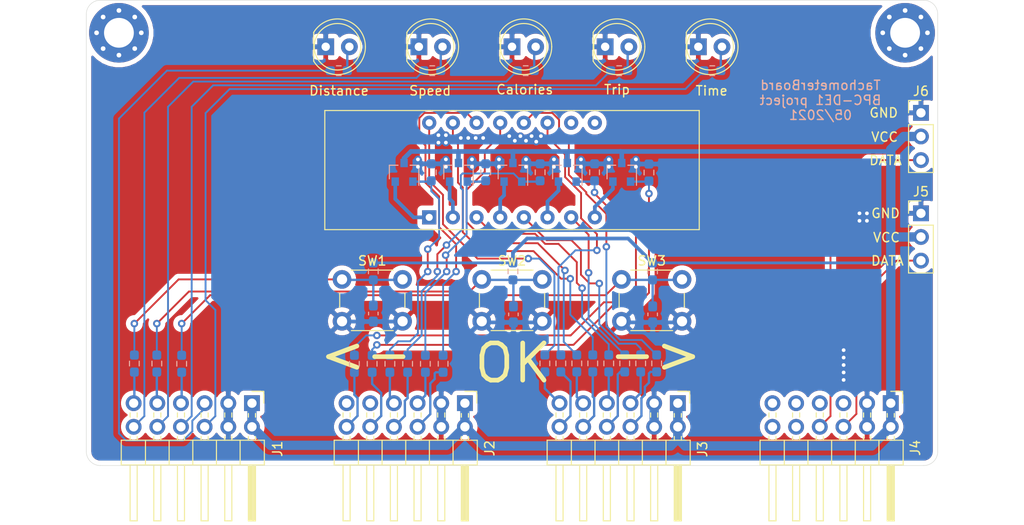
<source format=kicad_pcb>
(kicad_pcb (version 20171130) (host pcbnew "(5.1.9)-1")
  (layers (0 F.Cu signal) (31 B.Cu signal) (34 B.Paste user) (35 F.Paste user) (36 B.SilkS user) (37 F.SilkS user) (38 B.Mask user) (39 F.Mask user) (44 Edge.Cuts user))
  (net 0 "")
  (net 1 G13)
  (net 2 GND)
  (net 3 B11)
  (net 4 A11)
  (net 5 "Net-(D1-Pad16)")
  (net 6 "Net-(D1-Pad15)")
  (net 7 "Net-(D1-Pad14)")
  (net 8 "Net-(D1-Pad13)")
  (net 9 "Net-(D1-Pad12)")
  (net 10 "Net-(D1-Pad11)")
  (net 11 "Net-(D1-Pad10)")
  (net 12 "Net-(D1-Pad9)")
  (net 13 SEG_1)
  (net 14 SEG_2)
  (net 15 "Net-(D1-Pad3)")
  (net 16 SEG_5)
  (net 17 "Net-(D1-Pad5)")
  (net 18 SEG_3)
  (net 19 "Net-(D1-Pad7)")
  (net 20 SEG_4)
  (net 21 "Net-(D2-Pad2)")
  (net 22 "Net-(D3-Pad2)")
  (net 23 "Net-(D4-Pad2)")
  (net 24 "Net-(D5-Pad2)")
  (net 25 "Net-(D6-Pad2)")
  (net 26 VCC)
  (net 27 K16)
  (net 28 A18)
  (net 29 B18)
  (net 30 D13)
  (net 31 D12)
  (net 32 J15)
  (net 33 K15)
  (net 34 J18)
  (net 35 J17)
  (net 36 C15)
  (net 37 D15)
  (net 38 E16)
  (net 39 E15)
  (net 40 U13)
  (net 41 T13)
  (net 42 V14)
  (net 43 U14)
  (net 44 V11)
  (net 45 V10)
  (net 46 V12)
  (net 47 U12)
  (net 48 G2)
  (net 49 H2)
  (net 50 D2)
  (net 51 E2)
  (net 52 F3)
  (net 53 F4)
  (net 54 D3)
  (net 55 D4)
  (net 56 "Net-(Q1-Pad1)")
  (net 57 "Net-(Q2-Pad1)")
  (net 58 "Net-(Q3-Pad1)")
  (net 59 "Net-(Q4-Pad1)")
  (net 60 "Net-(Q5-Pad1)")
  (net 61 "Net-(C1-Pad2)")
  (net 62 "Net-(C2-Pad2)")
  (net 63 "Net-(C3-Pad2)")
  (module MountingHole:MountingHole_3.2mm_M3_Pad_Via (layer F.Cu) (at 187.9 103.5)
    (fp_text reference REF** hide)
    (fp_text value MountingHole_3.2mm_M3_Pad_Via)
    (pad 1 thru_hole circle (at 1.697056 -1.697056) (size 0.8 0.8) (drill 0.5) (layers *.Cu *.Mask))
    (pad 1 thru_hole circle (at 0 -2.4) (size 0.8 0.8) (drill 0.5) (layers *.Cu *.Mask))
    (pad 1 thru_hole circle (at -1.697056 -1.697056) (size 0.8 0.8) (drill 0.5) (layers *.Cu *.Mask))
    (pad 1 thru_hole circle (at -2.4 0) (size 0.8 0.8) (drill 0.5) (layers *.Cu *.Mask))
    (pad 1 thru_hole circle (at -1.697056 1.697056) (size 0.8 0.8) (drill 0.5) (layers *.Cu *.Mask))
    (pad 1 thru_hole circle (at 0 2.4) (size 0.8 0.8) (drill 0.5) (layers *.Cu *.Mask))
    (pad 1 thru_hole circle (at 1.697056 1.697056) (size 0.8 0.8) (drill 0.5) (layers *.Cu *.Mask))
    (pad 1 thru_hole circle (at 2.4 0) (size 0.8 0.8) (drill 0.5) (layers *.Cu *.Mask))
    (pad 1 thru_hole circle (at 0 0) (size 6.4 6.4) (drill 3.2) (layers *.Cu *.Mask))
  )
  (module MountingHole:MountingHole_3.2mm_M3_Pad_Via (layer F.Cu) (at 103.5 103.5)
    (fp_text reference REF** hide)
    (fp_text value MountingHole_3.2mm_M3_Pad_Via)
    (pad 1 thru_hole circle (at 1.697056 -1.697056) (size 0.8 0.8) (drill 0.5) (layers *.Cu *.Mask))
    (pad 1 thru_hole circle (at 0 -2.4) (size 0.8 0.8) (drill 0.5) (layers *.Cu *.Mask))
    (pad 1 thru_hole circle (at -1.697056 -1.697056) (size 0.8 0.8) (drill 0.5) (layers *.Cu *.Mask))
    (pad 1 thru_hole circle (at -2.4 0) (size 0.8 0.8) (drill 0.5) (layers *.Cu *.Mask))
    (pad 1 thru_hole circle (at -1.697056 1.697056) (size 0.8 0.8) (drill 0.5) (layers *.Cu *.Mask))
    (pad 1 thru_hole circle (at 0 2.4) (size 0.8 0.8) (drill 0.5) (layers *.Cu *.Mask))
    (pad 1 thru_hole circle (at 1.697056 1.697056) (size 0.8 0.8) (drill 0.5) (layers *.Cu *.Mask))
    (pad 1 thru_hole circle (at 2.4 0) (size 0.8 0.8) (drill 0.5) (layers *.Cu *.Mask))
    (pad 1 thru_hole circle (at 0 0) (size 6.4 6.4) (drill 3.2) (layers *.Cu *.Mask))
  )
  (module tachometer:TDCG10..m (layer F.Cu) (at 145.7 118.25)
    (fp_text reference D1 hide)
    (fp_text value TDCG1050m)
    (pad 16 thru_hole circle (at -8.89 -5.08) (size 1.524 1.524) (drill 0.762) (layers *.Cu *.Mask) (net 5 "Net-(D1-Pad16)"))
    (pad 15 thru_hole circle (at -6.35 -5.08) (size 1.524 1.524) (drill 0.762) (layers *.Cu *.Mask) (net 6 "Net-(D1-Pad15)"))
    (pad 14 thru_hole circle (at -3.81 -5.08) (size 1.524 1.524) (drill 0.762) (layers *.Cu *.Mask) (net 7 "Net-(D1-Pad14)"))
    (pad 13 thru_hole circle (at -1.27 -5.08) (size 1.524 1.524) (drill 0.762) (layers *.Cu *.Mask) (net 8 "Net-(D1-Pad13)"))
    (pad 12 thru_hole circle (at 1.27 -5.08) (size 1.524 1.524) (drill 0.762) (layers *.Cu *.Mask) (net 9 "Net-(D1-Pad12)"))
    (pad 11 thru_hole circle (at 3.81 -5.08) (size 1.524 1.524) (drill 0.762) (layers *.Cu *.Mask) (net 10 "Net-(D1-Pad11)"))
    (pad 10 thru_hole circle (at 6.35 -5.08) (size 1.524 1.524) (drill 0.762) (layers *.Cu *.Mask) (net 11 "Net-(D1-Pad10)"))
    (pad 9 thru_hole circle (at 8.89 -5.08) (size 1.524 1.524) (drill 0.762) (layers *.Cu *.Mask) (net 12 "Net-(D1-Pad9)"))
    (pad 1 thru_hole rect (at -8.89 5.08) (size 1.524 1.524) (drill 0.762) (layers *.Cu *.Mask) (net 13 SEG_1))
    (pad 2 thru_hole circle (at -6.35 5.08) (size 1.524 1.524) (drill 0.762) (layers *.Cu *.Mask) (net 14 SEG_2))
    (pad 3 thru_hole circle (at -3.81 5.08) (size 1.524 1.524) (drill 0.762) (layers *.Cu *.Mask) (net 15 "Net-(D1-Pad3)"))
    (pad 4 thru_hole circle (at -1.27 5.08) (size 1.524 1.524) (drill 0.762) (layers *.Cu *.Mask) (net 16 SEG_5))
    (pad 5 thru_hole circle (at 1.27 5.08) (size 1.524 1.524) (drill 0.762) (layers *.Cu *.Mask) (net 17 "Net-(D1-Pad5)"))
    (pad 6 thru_hole circle (at 3.81 5.08) (size 1.524 1.524) (drill 0.762) (layers *.Cu *.Mask) (net 18 SEG_3))
    (pad 7 thru_hole circle (at 6.35 5.08) (size 1.524 1.524) (drill 0.762) (layers *.Cu *.Mask) (net 19 "Net-(D1-Pad7)"))
    (pad 8 thru_hole circle (at 8.89 5.08) (size 1.524 1.524) (drill 0.762) (layers *.Cu *.Mask) (net 20 SEG_4))
  )
  (module Resistor_SMD:R_0603_1608Metric_Pad0.98x0.95mm_HandSolder (layer B.Cu) (at 110.236 139.065 270)
    (fp_text reference R32 hide)
    (fp_text value 220)
    (pad 2 smd roundrect (at 0.9125 0 270) (size 0.975 0.95) (layers B.Cu B.Paste B.Mask) (net 4 A11))
    (pad 1 smd roundrect (at -0.9125 0 270) (size 0.975 0.95) (layers B.Cu B.Paste B.Mask) (net 63 "Net-(C3-Pad2)"))
  )
  (module Resistor_SMD:R_0603_1608Metric_Pad0.98x0.95mm_HandSolder (layer B.Cu) (at 107.569 139.0415 270)
    (fp_text reference R31 hide)
    (fp_text value 220)
    (pad 2 smd roundrect (at 0.9125 0 270) (size 0.975 0.95) (layers B.Cu B.Paste B.Mask) (net 3 B11))
    (pad 1 smd roundrect (at -0.9125 0 270) (size 0.975 0.95) (layers B.Cu B.Paste B.Mask) (net 62 "Net-(C2-Pad2)"))
  )
  (module Resistor_SMD:R_0603_1608Metric_Pad0.98x0.95mm_HandSolder (layer B.Cu) (at 105.156 139.0415 270)
    (fp_text reference R30 hide)
    (fp_text value 220)
    (pad 2 smd roundrect (at 0.9125 0 270) (size 0.975 0.95) (layers B.Cu B.Paste B.Mask) (net 1 G13))
    (pad 1 smd roundrect (at -0.9125 0 270) (size 0.975 0.95) (layers B.Cu B.Paste B.Mask) (net 61 "Net-(C1-Pad2)"))
  )
  (module Connector_PinHeader_2.54mm:PinHeader_2x06_P2.54mm_Horizontal (layer F.Cu) (at 117.78 143.3 270)
    (fp_text reference J1 (at 4.909 -2.743 90) (layer F.SilkS))
    (fp_text value "Pmod JA")
    (pad 12 thru_hole oval (at 2.54 12.7 270) (size 1.7 1.7) (drill 1) (layers *.Cu *.Mask) (net 30 D13))
    (pad 11 thru_hole oval (at 0 12.7 270) (size 1.7 1.7) (drill 1) (layers *.Cu *.Mask) (net 1 G13))
    (pad 10 thru_hole oval (at 2.54 10.16 270) (size 1.7 1.7) (drill 1) (layers *.Cu *.Mask) (net 29 B18))
    (pad 9 thru_hole oval (at 0 10.16 270) (size 1.7 1.7) (drill 1) (layers *.Cu *.Mask) (net 3 B11))
    (pad 8 thru_hole oval (at 2.54 7.62 270) (size 1.7 1.7) (drill 1) (layers *.Cu *.Mask) (net 28 A18))
    (pad 7 thru_hole oval (at 0 7.62 270) (size 1.7 1.7) (drill 1) (layers *.Cu *.Mask) (net 4 A11))
    (pad 6 thru_hole oval (at 2.54 5.08 270) (size 1.7 1.7) (drill 1) (layers *.Cu *.Mask) (net 27 K16))
    (pad 5 thru_hole oval (at 0 5.08 270) (size 1.7 1.7) (drill 1) (layers *.Cu *.Mask) (net 31 D12))
    (pad 4 thru_hole oval (at 2.54 2.54 270) (size 1.7 1.7) (drill 1) (layers *.Cu *.Mask) (net 2 GND))
    (pad 3 thru_hole oval (at 0 2.54 270) (size 1.7 1.7) (drill 1) (layers *.Cu *.Mask) (net 2 GND))
    (pad 2 thru_hole oval (at 2.54 0 270) (size 1.7 1.7) (drill 1) (layers *.Cu *.Mask) (net 26 VCC))
    (pad 1 thru_hole rect (at 0 0 270) (size 1.7 1.7) (drill 1) (layers *.Cu *.Mask) (net 26 VCC))
  )
  (module Button_Switch_THT:SW_PUSH_6mm (layer F.Cu) (at 157.45 130)
    (fp_text reference SW3 (at 3.25 -2) (layer F.SilkS))
    (fp_text value SW_Push_Dual)
    (pad 1 thru_hole circle (at 6.5 0 90) (size 2 2) (drill 1.1) (layers *.Cu *.Mask) (net 63 "Net-(C3-Pad2)"))
    (pad 2 thru_hole circle (at 6.5 4.5 90) (size 2 2) (drill 1.1) (layers *.Cu *.Mask) (net 2 GND))
    (pad 1 thru_hole circle (at 0 0 90) (size 2 2) (drill 1.1) (layers *.Cu *.Mask) (net 63 "Net-(C3-Pad2)"))
    (pad 2 thru_hole circle (at 0 4.5 90) (size 2 2) (drill 1.1) (layers *.Cu *.Mask) (net 2 GND))
  )
  (module Button_Switch_THT:SW_PUSH_6mm (layer F.Cu) (at 142.45 130)
    (fp_text reference SW2 (at 3.25 -2) (layer F.SilkS))
    (fp_text value SW_Push_Dual)
    (pad 1 thru_hole circle (at 6.5 0 90) (size 2 2) (drill 1.1) (layers *.Cu *.Mask) (net 62 "Net-(C2-Pad2)"))
    (pad 2 thru_hole circle (at 6.5 4.5 90) (size 2 2) (drill 1.1) (layers *.Cu *.Mask) (net 2 GND))
    (pad 1 thru_hole circle (at 0 0 90) (size 2 2) (drill 1.1) (layers *.Cu *.Mask) (net 62 "Net-(C2-Pad2)"))
    (pad 2 thru_hole circle (at 0 4.5 90) (size 2 2) (drill 1.1) (layers *.Cu *.Mask) (net 2 GND))
  )
  (module Button_Switch_THT:SW_PUSH_6mm (layer F.Cu) (at 127.45 130)
    (fp_text reference SW1 (at 3.25 -2) (layer F.SilkS))
    (fp_text value SW_Push_Dual)
    (pad 1 thru_hole circle (at 6.5 0 90) (size 2 2) (drill 1.1) (layers *.Cu *.Mask) (net 61 "Net-(C1-Pad2)"))
    (pad 2 thru_hole circle (at 6.5 4.5 90) (size 2 2) (drill 1.1) (layers *.Cu *.Mask) (net 2 GND))
    (pad 1 thru_hole circle (at 0 0 90) (size 2 2) (drill 1.1) (layers *.Cu *.Mask) (net 61 "Net-(C1-Pad2)"))
    (pad 2 thru_hole circle (at 0 4.5 90) (size 2 2) (drill 1.1) (layers *.Cu *.Mask) (net 2 GND))
  )
  (module Resistor_SMD:R_0603_1608Metric_Pad0.98x0.95mm_HandSolder (layer B.Cu) (at 148.717 118.491 270)
    (fp_text reference R27 hide)
    (fp_text value 10k)
    (pad 2 smd roundrect (at 0.9125 0 270) (size 0.975 0.95) (layers B.Cu B.Paste B.Mask) (net 60 "Net-(Q5-Pad1)"))
    (pad 1 smd roundrect (at -0.9125 0 270) (size 0.975 0.95) (layers B.Cu B.Paste B.Mask) (net 2 GND))
  )
  (module Resistor_SMD:R_0603_1608Metric_Pad0.98x0.95mm_HandSolder (layer B.Cu) (at 134.493 139.065 270)
    (fp_text reference R26 hide)
    (fp_text value 1k5)
    (pad 2 smd roundrect (at 0.9125 0 270) (size 0.975 0.95) (layers B.Cu B.Paste B.Mask) (net 33 K15))
    (pad 1 smd roundrect (at -0.9125 0 270) (size 0.975 0.95) (layers B.Cu B.Paste B.Mask) (net 60 "Net-(Q5-Pad1)"))
  )
  (module Resistor_SMD:R_0603_1608Metric_Pad0.98x0.95mm_HandSolder (layer B.Cu) (at 167.2 107.569)
    (fp_text reference R25 hide)
    (fp_text value 220)
    (pad 2 smd roundrect (at 0.9125 0) (size 0.975 0.95) (layers B.Cu B.Paste B.Mask) (net 25 "Net-(D6-Pad2)"))
    (pad 1 smd roundrect (at -0.9125 0) (size 0.975 0.95) (layers B.Cu B.Paste B.Mask) (net 27 K16))
  )
  (module Resistor_SMD:R_0603_1608Metric_Pad0.98x0.95mm_HandSolder (layer B.Cu) (at 157.2025 107.569)
    (fp_text reference R24 hide)
    (fp_text value 220)
    (pad 2 smd roundrect (at 0.9125 0) (size 0.975 0.95) (layers B.Cu B.Paste B.Mask) (net 24 "Net-(D5-Pad2)"))
    (pad 1 smd roundrect (at -0.9125 0) (size 0.975 0.95) (layers B.Cu B.Paste B.Mask) (net 28 A18))
  )
  (module Resistor_SMD:R_0603_1608Metric_Pad0.98x0.95mm_HandSolder (layer B.Cu) (at 147.1695 107.569)
    (fp_text reference R23 hide)
    (fp_text value 220)
    (pad 2 smd roundrect (at 0.9125 0) (size 0.975 0.95) (layers B.Cu B.Paste B.Mask) (net 23 "Net-(D4-Pad2)"))
    (pad 1 smd roundrect (at -0.9125 0) (size 0.975 0.95) (layers B.Cu B.Paste B.Mask) (net 29 B18))
  )
  (module Resistor_SMD:R_0603_1608Metric_Pad0.98x0.95mm_HandSolder (layer B.Cu) (at 160.401 118.5145 270)
    (fp_text reference R22 hide)
    (fp_text value 10k)
    (pad 2 smd roundrect (at 0.9125 0 270) (size 0.975 0.95) (layers B.Cu B.Paste B.Mask) (net 59 "Net-(Q4-Pad1)"))
    (pad 1 smd roundrect (at -0.9125 0 270) (size 0.975 0.95) (layers B.Cu B.Paste B.Mask) (net 2 GND))
  )
  (module Resistor_SMD:R_0603_1608Metric_Pad0.98x0.95mm_HandSolder (layer B.Cu) (at 130.683 139.065 270)
    (fp_text reference R21 hide)
    (fp_text value 1k5)
    (pad 2 smd roundrect (at 0.9125 0 270) (size 0.975 0.95) (layers B.Cu B.Paste B.Mask) (net 34 J18))
    (pad 1 smd roundrect (at -0.9125 0 270) (size 0.975 0.95) (layers B.Cu B.Paste B.Mask) (net 59 "Net-(Q4-Pad1)"))
  )
  (module Resistor_SMD:R_0603_1608Metric_Pad0.98x0.95mm_HandSolder (layer B.Cu) (at 137.1365 107.569)
    (fp_text reference R20 hide)
    (fp_text value 220)
    (pad 2 smd roundrect (at 0.9125 0) (size 0.975 0.95) (layers B.Cu B.Paste B.Mask) (net 22 "Net-(D3-Pad2)"))
    (pad 1 smd roundrect (at -0.9125 0) (size 0.975 0.95) (layers B.Cu B.Paste B.Mask) (net 30 D13))
  )
  (module Resistor_SMD:R_0603_1608Metric_Pad0.98x0.95mm_HandSolder (layer B.Cu) (at 127.1035 107.569)
    (fp_text reference R19 hide)
    (fp_text value 220)
    (pad 2 smd roundrect (at 0.9125 0) (size 0.975 0.95) (layers B.Cu B.Paste B.Mask) (net 21 "Net-(D2-Pad2)"))
    (pad 1 smd roundrect (at -0.9125 0) (size 0.975 0.95) (layers B.Cu B.Paste B.Mask) (net 31 D12))
  )
  (module Resistor_SMD:R_0603_1608Metric_Pad0.98x0.95mm_HandSolder (layer B.Cu) (at 154.559 118.491 270)
    (fp_text reference R18 hide)
    (fp_text value 10k)
    (pad 2 smd roundrect (at 0.9125 0 270) (size 0.975 0.95) (layers B.Cu B.Paste B.Mask) (net 58 "Net-(Q3-Pad1)"))
    (pad 1 smd roundrect (at -0.9125 0 270) (size 0.975 0.95) (layers B.Cu B.Paste B.Mask) (net 2 GND))
  )
  (module Resistor_SMD:R_0603_1608Metric_Pad0.98x0.95mm_HandSolder (layer B.Cu) (at 128.778 139.065 270)
    (fp_text reference R17 hide)
    (fp_text value 1k5)
    (pad 2 smd roundrect (at 0.9125 0 270) (size 0.975 0.95) (layers B.Cu B.Paste B.Mask) (net 35 J17))
    (pad 1 smd roundrect (at -0.9125 0 270) (size 0.975 0.95) (layers B.Cu B.Paste B.Mask) (net 58 "Net-(Q3-Pad1)"))
  )
  (module Resistor_SMD:R_0603_1608Metric_Pad0.98x0.95mm_HandSolder (layer B.Cu) (at 160.782 129.1355 270)
    (fp_text reference R16 hide)
    (fp_text value 10k)
    (pad 2 smd roundrect (at 0.9125 0 270) (size 0.975 0.95) (layers B.Cu B.Paste B.Mask) (net 63 "Net-(C3-Pad2)"))
    (pad 1 smd roundrect (at -0.9125 0 270) (size 0.975 0.95) (layers B.Cu B.Paste B.Mask) (net 26 VCC))
  )
  (module Resistor_SMD:R_0603_1608Metric_Pad0.98x0.95mm_HandSolder (layer B.Cu) (at 142.875 118.491 270)
    (fp_text reference R15 hide)
    (fp_text value 10k)
    (pad 2 smd roundrect (at 0.9125 0 270) (size 0.975 0.95) (layers B.Cu B.Paste B.Mask) (net 57 "Net-(Q2-Pad1)"))
    (pad 1 smd roundrect (at -0.9125 0 270) (size 0.975 0.95) (layers B.Cu B.Paste B.Mask) (net 2 GND))
  )
  (module Resistor_SMD:R_0603_1608Metric_Pad0.98x0.95mm_HandSolder (layer B.Cu) (at 136.398 139.065 270)
    (fp_text reference R14 hide)
    (fp_text value 1k5)
    (pad 2 smd roundrect (at 0.9125 0 270) (size 0.975 0.95) (layers B.Cu B.Paste B.Mask) (net 36 C15))
    (pad 1 smd roundrect (at -0.9125 0 270) (size 0.975 0.95) (layers B.Cu B.Paste B.Mask) (net 57 "Net-(Q2-Pad1)"))
  )
  (module Resistor_SMD:R_0603_1608Metric_Pad0.98x0.95mm_HandSolder (layer B.Cu) (at 145.8 129.1355 270)
    (fp_text reference R13 hide)
    (fp_text value 10k)
    (pad 2 smd roundrect (at 0.9125 0 270) (size 0.975 0.95) (layers B.Cu B.Paste B.Mask) (net 62 "Net-(C2-Pad2)"))
    (pad 1 smd roundrect (at -0.9125 0 270) (size 0.975 0.95) (layers B.Cu B.Paste B.Mask) (net 26 VCC))
  )
  (module Resistor_SMD:R_0603_1608Metric_Pad0.98x0.95mm_HandSolder (layer B.Cu) (at 137.033 118.491 270)
    (fp_text reference R12 hide)
    (fp_text value 10k)
    (pad 2 smd roundrect (at 0.9125 0 270) (size 0.975 0.95) (layers B.Cu B.Paste B.Mask) (net 56 "Net-(Q1-Pad1)"))
    (pad 1 smd roundrect (at -0.9125 0 270) (size 0.975 0.95) (layers B.Cu B.Paste B.Mask) (net 2 GND))
  )
  (module Resistor_SMD:R_0603_1608Metric_Pad0.98x0.95mm_HandSolder (layer B.Cu) (at 132.588 139.065 270)
    (fp_text reference R11 hide)
    (fp_text value 1k5)
    (pad 2 smd roundrect (at 0.9125 0 270) (size 0.975 0.95) (layers B.Cu B.Paste B.Mask) (net 37 D15))
    (pad 1 smd roundrect (at -0.9125 0 270) (size 0.975 0.95) (layers B.Cu B.Paste B.Mask) (net 56 "Net-(Q1-Pad1)"))
  )
  (module Resistor_SMD:R_0603_1608Metric_Pad0.98x0.95mm_HandSolder (layer B.Cu) (at 161.2265 139.025 270)
    (fp_text reference R10 hide)
    (fp_text value 220)
    (pad 2 smd roundrect (at 0.9125 0 270) (size 0.975 0.95) (layers B.Cu B.Paste B.Mask) (net 40 U13))
    (pad 1 smd roundrect (at -0.9125 0 270) (size 0.975 0.95) (layers B.Cu B.Paste B.Mask) (net 9 "Net-(D1-Pad12)"))
  )
  (module Resistor_SMD:R_0603_1608Metric_Pad0.98x0.95mm_HandSolder (layer B.Cu) (at 157.7975 139.025 270)
    (fp_text reference R9 hide)
    (fp_text value 220)
    (pad 2 smd roundrect (at 0.9125 0 270) (size 0.975 0.95) (layers B.Cu B.Paste B.Mask) (net 41 T13))
    (pad 1 smd roundrect (at -0.9125 0 270) (size 0.975 0.95) (layers B.Cu B.Paste B.Mask) (net 19 "Net-(D1-Pad7)"))
  )
  (module Resistor_SMD:R_0603_1608Metric_Pad0.98x0.95mm_HandSolder (layer B.Cu) (at 154.3685 139.025 270)
    (fp_text reference R8 hide)
    (fp_text value 220)
    (pad 2 smd roundrect (at 0.9125 0 270) (size 0.975 0.95) (layers B.Cu B.Paste B.Mask) (net 42 V14))
    (pad 1 smd roundrect (at -0.9125 0 270) (size 0.975 0.95) (layers B.Cu B.Paste B.Mask) (net 6 "Net-(D1-Pad15)"))
  )
  (module Resistor_SMD:R_0603_1608Metric_Pad0.98x0.95mm_HandSolder (layer B.Cu) (at 150.9395 139.025 270)
    (fp_text reference R7 hide)
    (fp_text value 220)
    (pad 2 smd roundrect (at 0.9125 0 270) (size 0.975 0.95) (layers B.Cu B.Paste B.Mask) (net 43 U14))
    (pad 1 smd roundrect (at -0.9125 0 270) (size 0.975 0.95) (layers B.Cu B.Paste B.Mask) (net 10 "Net-(D1-Pad11)"))
  )
  (module Resistor_SMD:R_0603_1608Metric_Pad0.98x0.95mm_HandSolder (layer B.Cu) (at 159.512 139.025 270)
    (fp_text reference R6 hide)
    (fp_text value 220)
    (pad 2 smd roundrect (at 0.9125 0 270) (size 0.975 0.95) (layers B.Cu B.Paste B.Mask) (net 44 V11))
    (pad 1 smd roundrect (at -0.9125 0 270) (size 0.975 0.95) (layers B.Cu B.Paste B.Mask) (net 17 "Net-(D1-Pad5)"))
  )
  (module Resistor_SMD:R_0603_1608Metric_Pad0.98x0.95mm_HandSolder (layer B.Cu) (at 156.083 139.025 270)
    (fp_text reference R5 hide)
    (fp_text value 220)
    (pad 2 smd roundrect (at 0.9125 0 270) (size 0.975 0.95) (layers B.Cu B.Paste B.Mask) (net 45 V10))
    (pad 1 smd roundrect (at -0.9125 0 270) (size 0.975 0.95) (layers B.Cu B.Paste B.Mask) (net 15 "Net-(D1-Pad3)"))
  )
  (module Resistor_SMD:R_0603_1608Metric_Pad0.98x0.95mm_HandSolder (layer B.Cu) (at 152.654 139.025 270)
    (fp_text reference R4 hide)
    (fp_text value 220)
    (pad 2 smd roundrect (at 0.9125 0 270) (size 0.975 0.95) (layers B.Cu B.Paste B.Mask) (net 46 V12))
    (pad 1 smd roundrect (at -0.9125 0 270) (size 0.975 0.95) (layers B.Cu B.Paste B.Mask) (net 8 "Net-(D1-Pad13)"))
  )
  (module Resistor_SMD:R_0603_1608Metric_Pad0.98x0.95mm_HandSolder (layer B.Cu) (at 149.225 139.025 270)
    (fp_text reference R3 hide)
    (fp_text value 220)
    (pad 2 smd roundrect (at 0.9125 0 270) (size 0.975 0.95) (layers B.Cu B.Paste B.Mask) (net 47 U12))
    (pad 1 smd roundrect (at -0.9125 0 270) (size 0.975 0.95) (layers B.Cu B.Paste B.Mask) (net 5 "Net-(D1-Pad16)"))
  )
  (module Resistor_SMD:R_0603_1608Metric_Pad0.98x0.95mm_HandSolder (layer B.Cu) (at 138.303 139.065 270)
    (fp_text reference R2 hide)
    (fp_text value 220)
    (pad 2 smd roundrect (at 0.9125 0 270) (size 0.975 0.95) (layers B.Cu B.Paste B.Mask) (net 32 J15))
    (pad 1 smd roundrect (at -0.9125 0 270) (size 0.975 0.95) (layers B.Cu B.Paste B.Mask) (net 7 "Net-(D1-Pad14)"))
  )
  (module Resistor_SMD:R_0603_1608Metric_Pad0.98x0.95mm_HandSolder (layer B.Cu) (at 130.81 129.1355 270)
    (fp_text reference R1 hide)
    (fp_text value 10k)
    (pad 2 smd roundrect (at 0.9125 0 270) (size 0.975 0.95) (layers B.Cu B.Paste B.Mask) (net 61 "Net-(C1-Pad2)"))
    (pad 1 smd roundrect (at -0.9125 0 270) (size 0.975 0.95) (layers B.Cu B.Paste B.Mask) (net 26 VCC))
  )
  (module Package_TO_SOT_SMD:SOT-23 (layer B.Cu) (at 145.796 118.491 90)
    (fp_text reference Q5 hide)
    (fp_text value BC817)
    (pad 3 smd rect (at 1 0 90) (size 0.9 0.8) (layers B.Cu B.Paste B.Mask) (net 26 VCC))
    (pad 2 smd rect (at -1 -0.95 90) (size 0.9 0.8) (layers B.Cu B.Paste B.Mask) (net 16 SEG_5))
    (pad 1 smd rect (at -1 0.95 90) (size 0.9 0.8) (layers B.Cu B.Paste B.Mask) (net 60 "Net-(Q5-Pad1)"))
  )
  (module Package_TO_SOT_SMD:SOT-23 (layer B.Cu) (at 157.48 118.491 90)
    (fp_text reference Q4 hide)
    (fp_text value BC817)
    (pad 3 smd rect (at 1 0 90) (size 0.9 0.8) (layers B.Cu B.Paste B.Mask) (net 26 VCC))
    (pad 2 smd rect (at -1 -0.95 90) (size 0.9 0.8) (layers B.Cu B.Paste B.Mask) (net 20 SEG_4))
    (pad 1 smd rect (at -1 0.95 90) (size 0.9 0.8) (layers B.Cu B.Paste B.Mask) (net 59 "Net-(Q4-Pad1)"))
  )
  (module Package_TO_SOT_SMD:SOT-23 (layer B.Cu) (at 151.638 118.491 90)
    (fp_text reference Q3 hide)
    (fp_text value BC817)
    (pad 3 smd rect (at 1 0 90) (size 0.9 0.8) (layers B.Cu B.Paste B.Mask) (net 26 VCC))
    (pad 2 smd rect (at -1 -0.95 90) (size 0.9 0.8) (layers B.Cu B.Paste B.Mask) (net 18 SEG_3))
    (pad 1 smd rect (at -1 0.95 90) (size 0.9 0.8) (layers B.Cu B.Paste B.Mask) (net 58 "Net-(Q3-Pad1)"))
  )
  (module Package_TO_SOT_SMD:SOT-23 (layer B.Cu) (at 139.954 118.491 90)
    (fp_text reference Q2 hide)
    (fp_text value BC817)
    (pad 3 smd rect (at 1 0 90) (size 0.9 0.8) (layers B.Cu B.Paste B.Mask) (net 26 VCC))
    (pad 2 smd rect (at -1 -0.95 90) (size 0.9 0.8) (layers B.Cu B.Paste B.Mask) (net 14 SEG_2))
    (pad 1 smd rect (at -1 0.95 90) (size 0.9 0.8) (layers B.Cu B.Paste B.Mask) (net 57 "Net-(Q2-Pad1)"))
  )
  (module Package_TO_SOT_SMD:SOT-23 (layer B.Cu) (at 134.112 118.491 90)
    (fp_text reference Q1 hide)
    (fp_text value BC817)
    (pad 3 smd rect (at 1 0 90) (size 0.9 0.8) (layers B.Cu B.Paste B.Mask) (net 26 VCC))
    (pad 2 smd rect (at -1 -0.95 90) (size 0.9 0.8) (layers B.Cu B.Paste B.Mask) (net 13 SEG_1))
    (pad 1 smd rect (at -1 0.95 90) (size 0.9 0.8) (layers B.Cu B.Paste B.Mask) (net 56 "Net-(Q1-Pad1)"))
  )
  (module Connector_PinHeader_2.54mm:PinHeader_1x03_P2.54mm_Vertical (layer F.Cu) (at 189.6 112.1)
    (fp_text reference J6 (at 0 -2.33) (layer F.SilkS))
    (fp_text value HallSensor2)
    (pad 3 thru_hole oval (at 0 5.08) (size 1.7 1.7) (drill 1) (layers *.Cu *.Mask) (net 49 H2))
    (pad 2 thru_hole oval (at 0 2.54) (size 1.7 1.7) (drill 1) (layers *.Cu *.Mask) (net 26 VCC))
    (pad 1 thru_hole rect (at 0 0) (size 1.7 1.7) (drill 1) (layers *.Cu *.Mask) (net 2 GND))
  )
  (module Connector_PinHeader_2.54mm:PinHeader_1x03_P2.54mm_Vertical (layer F.Cu) (at 189.6 122.9)
    (fp_text reference J5 (at 0 -2.33) (layer F.SilkS))
    (fp_text value HallSensor1)
    (pad 3 thru_hole oval (at 0 5.08) (size 1.7 1.7) (drill 1) (layers *.Cu *.Mask) (net 48 G2))
    (pad 2 thru_hole oval (at 0 2.54) (size 1.7 1.7) (drill 1) (layers *.Cu *.Mask) (net 26 VCC))
    (pad 1 thru_hole rect (at 0 0) (size 1.7 1.7) (drill 1) (layers *.Cu *.Mask) (net 2 GND))
  )
  (module Connector_PinHeader_2.54mm:PinHeader_2x06_P2.54mm_Horizontal (layer F.Cu) (at 186.36 143.3 270)
    (fp_text reference J4 (at 4.8 -2.64 90) (layer F.SilkS))
    (fp_text value "Pmod JD")
    (pad 12 thru_hole oval (at 2.54 12.7 270) (size 1.7 1.7) (drill 1) (layers *.Cu *.Mask) (net 51 E2))
    (pad 11 thru_hole oval (at 0 12.7 270) (size 1.7 1.7) (drill 1) (layers *.Cu *.Mask) (net 55 D4))
    (pad 10 thru_hole oval (at 2.54 10.16 270) (size 1.7 1.7) (drill 1) (layers *.Cu *.Mask) (net 50 D2))
    (pad 9 thru_hole oval (at 0 10.16 270) (size 1.7 1.7) (drill 1) (layers *.Cu *.Mask) (net 54 D3))
    (pad 8 thru_hole oval (at 2.54 7.62 270) (size 1.7 1.7) (drill 1) (layers *.Cu *.Mask) (net 49 H2))
    (pad 7 thru_hole oval (at 0 7.62 270) (size 1.7 1.7) (drill 1) (layers *.Cu *.Mask) (net 53 F4))
    (pad 6 thru_hole oval (at 2.54 5.08 270) (size 1.7 1.7) (drill 1) (layers *.Cu *.Mask) (net 48 G2))
    (pad 5 thru_hole oval (at 0 5.08 270) (size 1.7 1.7) (drill 1) (layers *.Cu *.Mask) (net 52 F3))
    (pad 4 thru_hole oval (at 2.54 2.54 270) (size 1.7 1.7) (drill 1) (layers *.Cu *.Mask) (net 2 GND))
    (pad 3 thru_hole oval (at 0 2.54 270) (size 1.7 1.7) (drill 1) (layers *.Cu *.Mask) (net 2 GND))
    (pad 2 thru_hole oval (at 2.54 0 270) (size 1.7 1.7) (drill 1) (layers *.Cu *.Mask) (net 26 VCC))
    (pad 1 thru_hole rect (at 0 0 270) (size 1.7 1.7) (drill 1) (layers *.Cu *.Mask) (net 26 VCC))
  )
  (module Connector_PinHeader_2.54mm:PinHeader_2x06_P2.54mm_Horizontal (layer F.Cu) (at 163.5 143.3 270)
    (fp_text reference J3 (at 4.95 -2.65 90) (layer F.SilkS))
    (fp_text value "Pmod JC")
    (pad 12 thru_hole oval (at 2.54 12.7 270) (size 1.7 1.7) (drill 1) (layers *.Cu *.Mask) (net 43 U14))
    (pad 11 thru_hole oval (at 0 12.7 270) (size 1.7 1.7) (drill 1) (layers *.Cu *.Mask) (net 47 U12))
    (pad 10 thru_hole oval (at 2.54 10.16 270) (size 1.7 1.7) (drill 1) (layers *.Cu *.Mask) (net 42 V14))
    (pad 9 thru_hole oval (at 0 10.16 270) (size 1.7 1.7) (drill 1) (layers *.Cu *.Mask) (net 46 V12))
    (pad 8 thru_hole oval (at 2.54 7.62 270) (size 1.7 1.7) (drill 1) (layers *.Cu *.Mask) (net 41 T13))
    (pad 7 thru_hole oval (at 0 7.62 270) (size 1.7 1.7) (drill 1) (layers *.Cu *.Mask) (net 45 V10))
    (pad 6 thru_hole oval (at 2.54 5.08 270) (size 1.7 1.7) (drill 1) (layers *.Cu *.Mask) (net 40 U13))
    (pad 5 thru_hole oval (at 0 5.08 270) (size 1.7 1.7) (drill 1) (layers *.Cu *.Mask) (net 44 V11))
    (pad 4 thru_hole oval (at 2.54 2.54 270) (size 1.7 1.7) (drill 1) (layers *.Cu *.Mask) (net 2 GND))
    (pad 3 thru_hole oval (at 0 2.54 270) (size 1.7 1.7) (drill 1) (layers *.Cu *.Mask) (net 2 GND))
    (pad 2 thru_hole oval (at 2.54 0 270) (size 1.7 1.7) (drill 1) (layers *.Cu *.Mask) (net 26 VCC))
    (pad 1 thru_hole rect (at 0 0 270) (size 1.7 1.7) (drill 1) (layers *.Cu *.Mask) (net 26 VCC))
  )
  (module Connector_PinHeader_2.54mm:PinHeader_2x06_P2.54mm_Horizontal (layer F.Cu) (at 140.64 143.3 270)
    (fp_text reference J2 (at 4.85 -2.66 90) (layer F.SilkS))
    (fp_text value "Pmod JB")
    (pad 12 thru_hole oval (at 2.54 12.7 270) (size 1.7 1.7) (drill 1) (layers *.Cu *.Mask) (net 35 J17))
    (pad 11 thru_hole oval (at 0 12.7 270) (size 1.7 1.7) (drill 1) (layers *.Cu *.Mask) (net 39 E15))
    (pad 10 thru_hole oval (at 2.54 10.16 270) (size 1.7 1.7) (drill 1) (layers *.Cu *.Mask) (net 34 J18))
    (pad 9 thru_hole oval (at 0 10.16 270) (size 1.7 1.7) (drill 1) (layers *.Cu *.Mask) (net 38 E16))
    (pad 8 thru_hole oval (at 2.54 7.62 270) (size 1.7 1.7) (drill 1) (layers *.Cu *.Mask) (net 33 K15))
    (pad 7 thru_hole oval (at 0 7.62 270) (size 1.7 1.7) (drill 1) (layers *.Cu *.Mask) (net 37 D15))
    (pad 6 thru_hole oval (at 2.54 5.08 270) (size 1.7 1.7) (drill 1) (layers *.Cu *.Mask) (net 32 J15))
    (pad 5 thru_hole oval (at 0 5.08 270) (size 1.7 1.7) (drill 1) (layers *.Cu *.Mask) (net 36 C15))
    (pad 4 thru_hole oval (at 2.54 2.54 270) (size 1.7 1.7) (drill 1) (layers *.Cu *.Mask) (net 2 GND))
    (pad 3 thru_hole oval (at 0 2.54 270) (size 1.7 1.7) (drill 1) (layers *.Cu *.Mask) (net 2 GND))
    (pad 2 thru_hole oval (at 2.54 0 270) (size 1.7 1.7) (drill 1) (layers *.Cu *.Mask) (net 26 VCC))
    (pad 1 thru_hole rect (at 0 0 270) (size 1.7 1.7) (drill 1) (layers *.Cu *.Mask) (net 26 VCC))
  )
  (module LED_THT:LED_D5.0mm (layer F.Cu) (at 165.7 105)
    (fp_text reference D6 hide)
    (fp_text value LED)
    (pad 2 thru_hole circle (at 2.54 0) (size 1.8 1.8) (drill 0.9) (layers *.Cu *.Mask) (net 25 "Net-(D6-Pad2)"))
    (pad 1 thru_hole rect (at 0 0) (size 1.8 1.8) (drill 0.9) (layers *.Cu *.Mask) (net 2 GND))
  )
  (module LED_THT:LED_D5.0mm (layer F.Cu) (at 155.7 105)
    (fp_text reference D5 hide)
    (fp_text value LED)
    (pad 2 thru_hole circle (at 2.54 0) (size 1.8 1.8) (drill 0.9) (layers *.Cu *.Mask) (net 24 "Net-(D5-Pad2)"))
    (pad 1 thru_hole rect (at 0 0) (size 1.8 1.8) (drill 0.9) (layers *.Cu *.Mask) (net 2 GND))
  )
  (module LED_THT:LED_D5.0mm (layer F.Cu) (at 145.7 105)
    (fp_text reference D4 hide)
    (fp_text value LED)
    (pad 2 thru_hole circle (at 2.54 0) (size 1.8 1.8) (drill 0.9) (layers *.Cu *.Mask) (net 23 "Net-(D4-Pad2)"))
    (pad 1 thru_hole rect (at 0 0) (size 1.8 1.8) (drill 0.9) (layers *.Cu *.Mask) (net 2 GND))
  )
  (module LED_THT:LED_D5.0mm (layer F.Cu) (at 135.7 105)
    (fp_text reference D3 hide)
    (fp_text value LED)
    (pad 2 thru_hole circle (at 2.54 0) (size 1.8 1.8) (drill 0.9) (layers *.Cu *.Mask) (net 22 "Net-(D3-Pad2)"))
    (pad 1 thru_hole rect (at 0 0) (size 1.8 1.8) (drill 0.9) (layers *.Cu *.Mask) (net 2 GND))
  )
  (module LED_THT:LED_D5.0mm (layer F.Cu) (at 125.7 105)
    (fp_text reference D2 hide)
    (fp_text value LED)
    (pad 2 thru_hole circle (at 2.54 0) (size 1.8 1.8) (drill 0.9) (layers *.Cu *.Mask) (net 21 "Net-(D2-Pad2)"))
    (pad 1 thru_hole rect (at 0 0) (size 1.8 1.8) (drill 0.9) (layers *.Cu *.Mask) (net 2 GND))
  )
  (module Capacitor_SMD:C_0603_1608Metric_Pad1.08x0.95mm_HandSolder (layer B.Cu) (at 160.8 133.7575 90)
    (fp_text reference C3 hide)
    (fp_text value 100n)
    (pad 2 smd roundrect (at 0.8625 0 90) (size 1.075 0.95) (layers B.Cu B.Paste B.Mask) (net 63 "Net-(C3-Pad2)"))
    (pad 1 smd roundrect (at -0.8625 0 90) (size 1.075 0.95) (layers B.Cu B.Paste B.Mask) (net 2 GND))
  )
  (module Capacitor_SMD:C_0603_1608Metric_Pad1.08x0.95mm_HandSolder (layer B.Cu) (at 145.85 133.7575 90)
    (fp_text reference C2 hide)
    (fp_text value 100n)
    (pad 2 smd roundrect (at 0.8625 0 90) (size 1.075 0.95) (layers B.Cu B.Paste B.Mask) (net 62 "Net-(C2-Pad2)"))
    (pad 1 smd roundrect (at -0.8625 0 90) (size 1.075 0.95) (layers B.Cu B.Paste B.Mask) (net 2 GND))
  )
  (module Capacitor_SMD:C_0603_1608Metric_Pad1.08x0.95mm_HandSolder (layer B.Cu) (at 130.81 133.6675 90)
    (fp_text reference C1 hide)
    (fp_text value 100n)
    (pad 2 smd roundrect (at 0.8625 0 90) (size 1.075 0.95) (layers B.Cu B.Paste B.Mask) (net 61 "Net-(C1-Pad2)"))
    (pad 1 smd roundrect (at -0.8625 0 90) (size 1.075 0.95) (layers B.Cu B.Paste B.Mask) (net 2 GND))
  )
  (gr_text "TachometerBoard\nBPC-DE1 project\n05/2021" (at 178.816 110.744) (layer B.SilkS) (effects (font (size 1 1)) (justify mirror)))
  (gr_text Time (at 167.132 109.728) (layer F.SilkS) (effects (font (size 1 1))))
  (gr_text Trip (at 156.972 109.601) (layer F.SilkS) (effects (font (size 1 1))))
  (gr_text Calories (at 147.066 109.601) (layer F.SilkS) (effects (font (size 1 1))))
  (gr_text Speed (at 136.906 109.728) (layer F.SilkS) (effects (font (size 1 1))))
  (gr_text Distance (at 127.127 109.728) (layer F.SilkS) (effects (font (size 1 1))))
  (gr_text <- (at 130 138) (layer F.SilkS) (effects (font (size 4 4) (thickness 0.5))))
  (gr_text -> (at 161.1 138) (layer F.SilkS) (effects (font (size 4 4) (thickness 0.5))))
  (gr_text OK (at 145.8 139) (layer F.SilkS) (effects (font (size 4 4) (thickness 0.5))))
  (gr_text VCC (at 185.9 125.5) (layer F.SilkS) (effects (font (size 1 1))))
  (gr_text GND (at 185.8 122.9) (layer F.SilkS) (effects (font (size 1 1))))
  (gr_text DATA (at 186 128) (layer F.SilkS) (effects (font (size 1 1))))
  (gr_text DATA (at 185.8 117.2) (layer F.SilkS) (effects (font (size 1 1))))
  (gr_text VCC (at 185.7 114.7) (layer F.SilkS) (effects (font (size 1 1))))
  (gr_text GND (at 185.6 112.1) (layer F.SilkS) (effects (font (size 1 1))))
  (gr_arc (start 101.5 148.5) (end 100 148.5) (angle -90) (layer Edge.Cuts) (width 0.05))
  (gr_arc (start 189.9 148.5) (end 189.9 150) (angle -90) (layer Edge.Cuts) (width 0.05))
  (gr_arc (start 189.9 101.5) (end 191.4 101.5) (angle -90) (layer Edge.Cuts) (width 0.05))
  (gr_arc (start 101.5 101.5) (end 101.5 100) (angle -90) (layer Edge.Cuts) (width 0.05))
  (gr_line (start 100 148.5) (end 100 101.5) (layer Edge.Cuts) (width 0.05))
  (gr_line (start 189.9 150) (end 101.5 150) (layer Edge.Cuts) (width 0.05))
  (gr_line (start 191.4 101.5) (end 191.4 148.5) (layer Edge.Cuts) (width 0.05))
  (gr_line (start 101.5 100) (end 189.9 100) (layer Edge.Cuts) (width 0.05))
  (segment (start 105.156 143.224) (end 105.08 143.3) (width 0.25) (layer B.Cu) (net 1))
  (segment (start 105.156 139.954) (end 105.156 143.224) (width 0.25) (layer B.Cu) (net 1))
  (segment (start 160.96 143.3) (end 160.96 145.84) (width 1) (layer B.Cu) (net 2))
  (segment (start 138.1 143.3) (end 138.1 145.84) (width 1) (layer B.Cu) (net 2))
  (segment (start 183.82 143.3) (end 183.82 145.84) (width 1) (layer B.Cu) (net 2))
  (segment (start 115.24 143.3) (end 115.24 145.84) (width 1) (layer B.Cu) (net 2))
  (segment (start 133.92 134.53) (end 133.95 134.5) (width 0.4) (layer B.Cu) (net 2))
  (segment (start 130.81 134.53) (end 133.92 134.53) (width 0.4) (layer B.Cu) (net 2))
  (segment (start 127.48 134.53) (end 127.45 134.5) (width 0.4) (layer B.Cu) (net 2))
  (segment (start 130.81 134.53) (end 127.48 134.53) (width 0.4) (layer B.Cu) (net 2))
  (segment (start 142.57 134.62) (end 142.45 134.5) (width 0.4) (layer B.Cu) (net 2))
  (segment (start 145.85 134.62) (end 142.57 134.62) (width 0.4) (layer B.Cu) (net 2))
  (segment (start 148.83 134.62) (end 148.95 134.5) (width 0.4) (layer B.Cu) (net 2))
  (segment (start 145.85 134.62) (end 148.83 134.62) (width 0.4) (layer B.Cu) (net 2))
  (segment (start 157.57 134.62) (end 157.45 134.5) (width 0.4) (layer B.Cu) (net 2))
  (segment (start 160.8 134.62) (end 157.57 134.62) (width 0.4) (layer B.Cu) (net 2))
  (segment (start 163.83 134.62) (end 163.95 134.5) (width 0.4) (layer B.Cu) (net 2))
  (segment (start 160.8 134.62) (end 163.83 134.62) (width 0.4) (layer B.Cu) (net 2))
  (via (at 144.3 117.9) (size 0.8) (drill 0.4) (layers F.Cu B.Cu) (net 2))
  (via (at 144.3 117.1) (size 0.8) (drill 0.4) (layers F.Cu B.Cu) (net 2))
  (via (at 147.2 117.1) (size 0.8) (drill 0.4) (layers F.Cu B.Cu) (net 2))
  (via (at 147.2 117.9) (size 0.8) (drill 0.4) (layers F.Cu B.Cu) (net 2))
  (via (at 156.1 117.9) (size 0.8) (drill 0.4) (layers F.Cu B.Cu) (net 2))
  (via (at 156.1 117.1) (size 0.8) (drill 0.4) (layers F.Cu B.Cu) (net 2))
  (via (at 159 117.1) (size 0.8) (drill 0.4) (layers F.Cu B.Cu) (net 2))
  (via (at 159 117.9) (size 0.8) (drill 0.4) (layers F.Cu B.Cu) (net 2))
  (via (at 138.6 117.1) (size 0.8) (drill 0.4) (layers F.Cu B.Cu) (net 2))
  (via (at 138.6 117.9) (size 0.8) (drill 0.4) (layers F.Cu B.Cu) (net 2))
  (via (at 135.6 117.1) (size 0.8) (drill 0.4) (layers F.Cu B.Cu) (net 2))
  (via (at 135.6 117.9) (size 0.8) (drill 0.4) (layers F.Cu B.Cu) (net 2))
  (via (at 150.2 117.1) (size 0.8) (drill 0.4) (layers F.Cu B.Cu) (net 2))
  (via (at 150.2 117.9) (size 0.8) (drill 0.4) (layers F.Cu B.Cu) (net 2))
  (via (at 153.1 117.1) (size 0.8) (drill 0.4) (layers F.Cu B.Cu) (net 2))
  (via (at 153.1 117.9) (size 0.8) (drill 0.4) (layers F.Cu B.Cu) (net 2))
  (via (at 137.8 114.5) (size 0.8) (drill 0.4) (layers F.Cu B.Cu) (net 2))
  (via (at 137.8 115.3) (size 0.8) (drill 0.4) (layers F.Cu B.Cu) (net 2))
  (via (at 138.6 115.3) (size 0.8) (drill 0.4) (layers F.Cu B.Cu) (net 2))
  (via (at 138.6 114.5) (size 0.8) (drill 0.4) (layers F.Cu B.Cu) (net 2))
  (via (at 140.2 114.8) (size 0.8) (drill 0.4) (layers F.Cu B.Cu) (net 2))
  (via (at 141 114.8) (size 0.8) (drill 0.4) (layers F.Cu B.Cu) (net 2))
  (via (at 141.8 114.8) (size 0.8) (drill 0.4) (layers F.Cu B.Cu) (net 2))
  (via (at 142.6 114.8) (size 0.8) (drill 0.4) (layers F.Cu B.Cu) (net 2))
  (via (at 145.4 114.6) (size 0.8) (drill 0.4) (layers F.Cu B.Cu) (net 2))
  (via (at 146 115.1) (size 0.8) (drill 0.4) (layers F.Cu B.Cu) (net 2))
  (via (at 146.6 114.6) (size 0.8) (drill 0.4) (layers F.Cu B.Cu) (net 2))
  (via (at 147.2 115.1) (size 0.8) (drill 0.4) (layers F.Cu B.Cu) (net 2))
  (via (at 147.8 114.6) (size 0.8) (drill 0.4) (layers F.Cu B.Cu) (net 2))
  (via (at 148.3 115.2) (size 0.8) (drill 0.4) (layers F.Cu B.Cu) (net 2))
  (via (at 148.8 114.6) (size 0.8) (drill 0.4) (layers F.Cu B.Cu) (net 2))
  (via (at 141.4 117.1) (size 0.8) (drill 0.4) (layers F.Cu B.Cu) (net 2))
  (via (at 141.4 117.9) (size 0.8) (drill 0.4) (layers F.Cu B.Cu) (net 2))
  (segment (start 141.4 117.9) (end 141.4 117.1) (width 0.2) (layer B.Cu) (net 2))
  (segment (start 141.7215 117.5785) (end 141.4 117.9) (width 0.2) (layer B.Cu) (net 2))
  (segment (start 142.875 117.5785) (end 141.7215 117.5785) (width 0.2) (layer B.Cu) (net 2))
  (via (at 181.3 140.8) (size 0.8) (drill 0.4) (layers F.Cu B.Cu) (net 2))
  (via (at 181.3 140) (size 0.8) (drill 0.4) (layers F.Cu B.Cu) (net 2))
  (via (at 181.3 139.2) (size 0.8) (drill 0.4) (layers F.Cu B.Cu) (net 2))
  (via (at 181.3 138.4) (size 0.8) (drill 0.4) (layers F.Cu B.Cu) (net 2))
  (via (at 181.3 137.6) (size 0.8) (drill 0.4) (layers F.Cu B.Cu) (net 2))
  (via (at 183 122.9) (size 0.8) (drill 0.4) (layers F.Cu B.Cu) (net 2))
  (via (at 183.8 122.9) (size 0.8) (drill 0.4) (layers F.Cu B.Cu) (net 2))
  (via (at 183 123.7) (size 0.8) (drill 0.4) (layers F.Cu B.Cu) (net 2))
  (via (at 183.8 123.7) (size 0.8) (drill 0.4) (layers F.Cu B.Cu) (net 2))
  (segment (start 107.569 143.249) (end 107.62 143.3) (width 0.25) (layer B.Cu) (net 3))
  (segment (start 107.569 139.954) (end 107.569 143.249) (width 0.25) (layer B.Cu) (net 3))
  (segment (start 110.236 143.224) (end 110.16 143.3) (width 0.25) (layer B.Cu) (net 4))
  (segment (start 110.236 139.9775) (end 110.236 143.224) (width 0.25) (layer B.Cu) (net 4))
  (segment (start 148.636002 127.762) (end 147.447 127.762) (width 0.2) (layer B.Cu) (net 5))
  (segment (start 150.250001 129.375999) (end 148.636002 127.762) (width 0.2) (layer B.Cu) (net 5))
  (segment (start 150.250001 137.087499) (end 150.250001 129.375999) (width 0.2) (layer B.Cu) (net 5))
  (via (at 147.447 127.762) (size 0.8) (drill 0.4) (layers F.Cu B.Cu) (net 5))
  (segment (start 149.225 138.1125) (end 150.250001 137.087499) (width 0.2) (layer B.Cu) (net 5))
  (segment (start 141.986 127.762) (end 147.447 127.762) (width 0.2) (layer F.Cu) (net 5))
  (segment (start 138.287999 124.063999) (end 141.986 127.762) (width 0.2) (layer F.Cu) (net 5))
  (segment (start 138.287999 120.912001) (end 138.287999 124.063999) (width 0.2) (layer F.Cu) (net 5))
  (segment (start 136.81 119.434002) (end 138.287999 120.912001) (width 0.2) (layer F.Cu) (net 5))
  (segment (start 136.81 113.17) (end 136.81 119.434002) (width 0.2) (layer F.Cu) (net 5))
  (segment (start 154.3685 138.1125) (end 154.3685 136.2075) (width 0.2) (layer B.Cu) (net 6))
  (segment (start 154.3685 136.2075) (end 154.305 136.144) (width 0.2) (layer B.Cu) (net 6))
  (via (at 151.954 129.921) (size 0.8) (drill 0.4) (layers F.Cu B.Cu) (net 6))
  (segment (start 151.954 133.793) (end 151.954 129.921) (width 0.2) (layer B.Cu) (net 6))
  (segment (start 154.305 136.144) (end 151.954 133.793) (width 0.2) (layer B.Cu) (net 6))
  (segment (start 142.44951 126.95551) (end 140.412001 124.918001) (width 0.2) (layer F.Cu) (net 6))
  (segment (start 147.99949 126.95551) (end 142.44951 126.95551) (width 0.2) (layer F.Cu) (net 6))
  (segment (start 150.96498 129.921) (end 147.99949 126.95551) (width 0.2) (layer F.Cu) (net 6))
  (segment (start 151.954 129.921) (end 150.96498 129.921) (width 0.2) (layer F.Cu) (net 6))
  (segment (start 139.35 113.17) (end 139.35 114.95) (width 0.2) (layer F.Cu) (net 6))
  (segment (start 139.35 114.95) (end 139.9 115.5) (width 0.2) (layer F.Cu) (net 6))
  (segment (start 139.9 119.6) (end 140.412001 120.112001) (width 0.2) (layer F.Cu) (net 6))
  (segment (start 139.9 115.5) (end 139.9 119.6) (width 0.2) (layer F.Cu) (net 6))
  (segment (start 140.412001 124.918001) (end 140.412001 120.112001) (width 0.2) (layer F.Cu) (net 6))
  (via (at 139.7 129.159) (size 0.8) (drill 0.4) (layers F.Cu B.Cu) (net 7))
  (segment (start 138.303 130.556) (end 139.7 129.159) (width 0.2) (layer B.Cu) (net 7))
  (segment (start 138.303 138.1525) (end 138.303 130.556) (width 0.2) (layer B.Cu) (net 7))
  (segment (start 139.7 126.210998) (end 139.7 129.159) (width 0.2) (layer F.Cu) (net 7))
  (segment (start 137.872001 121.072001) (end 137.872001 124.382999) (width 0.2) (layer F.Cu) (net 7))
  (segment (start 136.40999 119.60999) (end 137.872001 121.072001) (width 0.2) (layer F.Cu) (net 7))
  (segment (start 136.40999 115.60999) (end 136.40999 119.60999) (width 0.2) (layer F.Cu) (net 7))
  (segment (start 136.300239 112.107999) (end 135.747999 112.660239) (width 0.2) (layer F.Cu) (net 7))
  (segment (start 137.872001 124.382999) (end 139.7 126.210998) (width 0.2) (layer F.Cu) (net 7))
  (segment (start 135.747999 112.660239) (end 135.747999 114.947999) (width 0.2) (layer F.Cu) (net 7))
  (segment (start 140.827999 112.107999) (end 136.300239 112.107999) (width 0.2) (layer F.Cu) (net 7))
  (segment (start 135.747999 114.947999) (end 136.40999 115.60999) (width 0.2) (layer F.Cu) (net 7))
  (segment (start 141.89 113.17) (end 140.827999 112.107999) (width 0.2) (layer F.Cu) (net 7))
  (via (at 151.384 129.032) (size 0.8) (drill 0.4) (layers F.Cu B.Cu) (net 8))
  (segment (start 151.253999 129.162001) (end 151.384 129.032) (width 0.2) (layer B.Cu) (net 8))
  (segment (start 151.253999 136.712499) (end 151.253999 129.162001) (width 0.2) (layer B.Cu) (net 8))
  (segment (start 152.654 138.1125) (end 151.253999 136.712499) (width 0.2) (layer B.Cu) (net 8))
  (segment (start 151.384 129.032) (end 148.463 126.111) (width 0.2) (layer F.Cu) (net 8))
  (segment (start 143.099238 126.111) (end 140.827999 123.839761) (width 0.2) (layer F.Cu) (net 8))
  (segment (start 148.463 126.111) (end 143.099238 126.111) (width 0.2) (layer F.Cu) (net 8))
  (segment (start 144.43 114.523) (end 144.43 113.17) (width 0.2) (layer F.Cu) (net 8))
  (segment (start 140.827999 120.272001) (end 140.927999 120.272001) (width 0.2) (layer F.Cu) (net 8))
  (segment (start 140.827999 123.839761) (end 140.827999 120.272001) (width 0.2) (layer F.Cu) (net 8))
  (segment (start 142.7765 118.4235) (end 142.7765 116.1765) (width 0.2) (layer F.Cu) (net 8))
  (segment (start 140.927999 120.272001) (end 142.7765 118.4235) (width 0.2) (layer F.Cu) (net 8))
  (segment (start 142.7765 116.1765) (end 144.43 114.523) (width 0.2) (layer F.Cu) (net 8))
  (segment (start 161.2265 138.1125) (end 159.61999 136.50599) (width 0.2) (layer B.Cu) (net 9))
  (segment (start 159.61999 136.50599) (end 157.322386 136.50599) (width 0.2) (layer B.Cu) (net 9))
  (segment (start 157.322386 136.50599) (end 155.829 135.012604) (width 0.2) (layer B.Cu) (net 9))
  (via (at 155.829 126.492) (size 0.8) (drill 0.4) (layers F.Cu B.Cu) (net 9))
  (segment (start 155.829 135.012604) (end 155.829 126.492) (width 0.2) (layer B.Cu) (net 9))
  (segment (start 148.032001 112.107999) (end 146.97 113.17) (width 0.2) (layer F.Cu) (net 9))
  (segment (start 150.019761 112.107999) (end 148.032001 112.107999) (width 0.2) (layer F.Cu) (net 9))
  (segment (start 150.749 112.837238) (end 150.019761 112.107999) (width 0.2) (layer F.Cu) (net 9))
  (segment (start 150.749 113.792) (end 150.749 112.837238) (width 0.2) (layer F.Cu) (net 9))
  (segment (start 155.829 122.956002) (end 153.67 120.797002) (width 0.2) (layer F.Cu) (net 9))
  (segment (start 155.829 126.492) (end 155.829 122.956002) (width 0.2) (layer F.Cu) (net 9))
  (segment (start 153.67 120.797002) (end 153.67 120.637141) (width 0.2) (layer F.Cu) (net 9))
  (segment (start 151.80001 114.84301) (end 150.749 113.792) (width 0.2) (layer F.Cu) (net 9))
  (segment (start 151.80001 118.767151) (end 151.80001 114.84301) (width 0.2) (layer F.Cu) (net 9))
  (segment (start 153.67 120.637141) (end 151.80001 118.767151) (width 0.2) (layer F.Cu) (net 9))
  (via (at 154.813 126.873) (size 0.8) (drill 0.4) (layers F.Cu B.Cu) (net 10))
  (segment (start 152.506998 126.873) (end 154.813 126.873) (width 0.2) (layer B.Cu) (net 10))
  (segment (start 150.683999 128.695999) (end 152.506998 126.873) (width 0.2) (layer B.Cu) (net 10))
  (segment (start 150.683999 137.856999) (end 150.683999 128.695999) (width 0.2) (layer B.Cu) (net 10))
  (segment (start 150.9395 138.1125) (end 150.683999 137.856999) (width 0.2) (layer B.Cu) (net 10))
  (segment (start 149.51 114.69) (end 149.51 113.17) (width 0.2) (layer F.Cu) (net 10))
  (segment (start 151.4 116.58) (end 149.51 114.69) (width 0.2) (layer F.Cu) (net 10))
  (segment (start 151.4 119) (end 151.4 116.58) (width 0.2) (layer F.Cu) (net 10))
  (segment (start 153.112001 120.712001) (end 151.4 119) (width 0.2) (layer F.Cu) (net 10))
  (segment (start 153.112001 123.423763) (end 153.112001 120.712001) (width 0.2) (layer F.Cu) (net 10))
  (segment (start 154.813 125.124762) (end 153.112001 123.423763) (width 0.2) (layer F.Cu) (net 10))
  (segment (start 154.813 126.873) (end 154.813 125.124762) (width 0.2) (layer F.Cu) (net 10))
  (segment (start 133.162 119.491) (end 133.162 121.351) (width 0.4) (layer B.Cu) (net 13))
  (segment (start 135.141 123.33) (end 136.81 123.33) (width 0.4) (layer B.Cu) (net 13))
  (segment (start 133.162 121.351) (end 135.141 123.33) (width 0.4) (layer B.Cu) (net 13))
  (segment (start 139.004 119.491) (end 139.004 121.351) (width 0.4) (layer B.Cu) (net 14))
  (segment (start 139.35 121.697) (end 139.35 123.33) (width 0.4) (layer B.Cu) (net 14))
  (segment (start 139.004 121.351) (end 139.35 121.697) (width 0.4) (layer B.Cu) (net 14))
  (segment (start 156.083 138.1125) (end 156.083 136.963698) (width 0.2) (layer B.Cu) (net 15))
  (via (at 153.224 130.937) (size 0.8) (drill 0.4) (layers F.Cu B.Cu) (net 15))
  (segment (start 153.224 134.104698) (end 153.224 130.937) (width 0.2) (layer B.Cu) (net 15))
  (segment (start 156.083 136.963698) (end 153.224 134.104698) (width 0.2) (layer B.Cu) (net 15))
  (segment (start 153.224 130.937) (end 152.654 130.367) (width 0.2) (layer F.Cu) (net 15))
  (segment (start 152.654 130.367) (end 152.654 128.143) (width 0.2) (layer F.Cu) (net 15))
  (segment (start 152.654 128.143) (end 150.69551 126.18451) (width 0.2) (layer F.Cu) (net 15))
  (segment (start 149.258811 126.18451) (end 148.169301 125.095) (width 0.2) (layer F.Cu) (net 15))
  (segment (start 150.69551 126.18451) (end 149.258811 126.18451) (width 0.2) (layer F.Cu) (net 15))
  (segment (start 143.655 125.095) (end 141.89 123.33) (width 0.2) (layer F.Cu) (net 15))
  (segment (start 148.169301 125.095) (end 143.655 125.095) (width 0.2) (layer F.Cu) (net 15))
  (segment (start 144.43 123.33) (end 144.43 121.381) (width 0.4) (layer B.Cu) (net 16))
  (segment (start 144.846 120.965) (end 144.846 119.491) (width 0.4) (layer B.Cu) (net 16))
  (segment (start 144.43 121.381) (end 144.846 120.965) (width 0.4) (layer B.Cu) (net 16))
  (via (at 155.067 130.429) (size 0.8) (drill 0.4) (layers F.Cu B.Cu) (net 17))
  (segment (start 152.0735 125.7845) (end 149.4245 125.7845) (width 0.2) (layer F.Cu) (net 17))
  (segment (start 149.4245 125.7845) (end 146.97 123.33) (width 0.2) (layer F.Cu) (net 17))
  (segment (start 153.0985 129.496502) (end 153.0985 126.8095) (width 0.2) (layer F.Cu) (net 17))
  (segment (start 154.030998 130.429) (end 153.0985 129.496502) (width 0.2) (layer F.Cu) (net 17))
  (segment (start 155.067 130.429) (end 154.030998 130.429) (width 0.2) (layer F.Cu) (net 17))
  (segment (start 153.0985 126.8095) (end 152.0735 125.7845) (width 0.2) (layer F.Cu) (net 17))
  (segment (start 159.512 137.414) (end 159.512 138.1125) (width 0.2) (layer B.Cu) (net 17))
  (segment (start 159.004 136.906) (end 159.512 137.414) (width 0.2) (layer B.Cu) (net 17))
  (segment (start 157.156698 136.906) (end 159.004 136.906) (width 0.2) (layer B.Cu) (net 17))
  (segment (start 155.067 134.816302) (end 157.156698 136.906) (width 0.2) (layer B.Cu) (net 17))
  (segment (start 155.067 130.429) (end 155.067 134.816302) (width 0.2) (layer B.Cu) (net 17))
  (segment (start 149.51 123.33) (end 149.51 121.635) (width 0.4) (layer B.Cu) (net 18))
  (segment (start 150.688 120.457) (end 150.688 119.491) (width 0.4) (layer B.Cu) (net 18))
  (segment (start 149.51 121.635) (end 150.688 120.457) (width 0.4) (layer B.Cu) (net 18))
  (via (at 153.924 129.286) (size 0.8) (drill 0.4) (layers F.Cu B.Cu) (net 19))
  (segment (start 153.924 134.239) (end 153.924 129.286) (width 0.2) (layer B.Cu) (net 19))
  (segment (start 157.7975 138.1125) (end 153.924 134.239) (width 0.2) (layer B.Cu) (net 19))
  (segment (start 153.924 125.204) (end 152.05 123.33) (width 0.2) (layer F.Cu) (net 19))
  (segment (start 153.924 129.286) (end 153.924 125.204) (width 0.2) (layer F.Cu) (net 19))
  (segment (start 154.59 122.205) (end 154.59 123.33) (width 0.4) (layer B.Cu) (net 20))
  (segment (start 156.53 120.265) (end 154.59 122.205) (width 0.4) (layer B.Cu) (net 20))
  (segment (start 156.53 119.491) (end 156.53 120.265) (width 0.4) (layer B.Cu) (net 20))
  (segment (start 128.016 105.224) (end 128.24 105) (width 0.25) (layer B.Cu) (net 21))
  (segment (start 128.016 107.569) (end 128.016 105.224) (width 0.25) (layer B.Cu) (net 21))
  (segment (start 138.049 105.191) (end 138.24 105) (width 0.25) (layer B.Cu) (net 22))
  (segment (start 138.049 107.569) (end 138.049 105.191) (width 0.25) (layer B.Cu) (net 22))
  (segment (start 148.082 105.158) (end 148.24 105) (width 0.25) (layer B.Cu) (net 23))
  (segment (start 148.082 107.569) (end 148.082 105.158) (width 0.25) (layer B.Cu) (net 23))
  (segment (start 158.115 105.125) (end 158.24 105) (width 0.25) (layer B.Cu) (net 24))
  (segment (start 158.115 107.569) (end 158.115 105.125) (width 0.25) (layer B.Cu) (net 24))
  (segment (start 168.1125 107.569) (end 168.1125 107.3505) (width 0.25) (layer B.Cu) (net 25))
  (segment (start 168.1125 105.1275) (end 168.24 105) (width 0.25) (layer B.Cu) (net 25))
  (segment (start 168.1125 107.569) (end 168.1125 105.1275) (width 0.25) (layer B.Cu) (net 25))
  (segment (start 140.64 143.3) (end 140.64 145.84) (width 1) (layer B.Cu) (net 26))
  (segment (start 163.5 143.3) (end 163.5 145.84) (width 1) (layer B.Cu) (net 26))
  (segment (start 186.36 143.3) (end 186.36 145.84) (width 1) (layer B.Cu) (net 26))
  (segment (start 117.78 143.3) (end 117.78 145.84) (width 1) (layer B.Cu) (net 26))
  (segment (start 186.36 143.3) (end 186.36 128.68) (width 1) (layer B.Cu) (net 26))
  (segment (start 187.747 114.64) (end 189.6 114.64) (width 1) (layer B.Cu) (net 26))
  (segment (start 186.36 116.027) (end 187.747 114.64) (width 1) (layer B.Cu) (net 26))
  (segment (start 186.5355 125.44) (end 186.36 125.6155) (width 1) (layer B.Cu) (net 26))
  (segment (start 186.36 125.6155) (end 186.36 116.027) (width 1) (layer B.Cu) (net 26))
  (segment (start 189.6 125.44) (end 186.5355 125.44) (width 1) (layer B.Cu) (net 26))
  (segment (start 163.5 145.84) (end 163.5 147.117) (width 1) (layer B.Cu) (net 26))
  (segment (start 163.5 147.117) (end 164.2745 147.8915) (width 1) (layer B.Cu) (net 26))
  (segment (start 184.3085 147.8915) (end 186.36 145.84) (width 1) (layer B.Cu) (net 26))
  (segment (start 164.2745 147.8915) (end 184.3085 147.8915) (width 1) (layer B.Cu) (net 26))
  (segment (start 163.5 147.117) (end 162.7255 147.8915) (width 1) (layer B.Cu) (net 26))
  (segment (start 142.6915 147.8915) (end 140.64 145.84) (width 1) (layer B.Cu) (net 26))
  (segment (start 162.7255 147.8915) (end 142.6915 147.8915) (width 1) (layer B.Cu) (net 26))
  (segment (start 140.64 145.84) (end 138.652 147.828) (width 1) (layer B.Cu) (net 26))
  (segment (start 119.768 147.828) (end 117.78 145.84) (width 1) (layer B.Cu) (net 26))
  (segment (start 138.652 147.828) (end 119.768 147.828) (width 1) (layer B.Cu) (net 26))
  (segment (start 186.331 128.223) (end 186.36 128.194) (width 0.3) (layer B.Cu) (net 26))
  (segment (start 160.782 128.223) (end 186.331 128.223) (width 0.3) (layer B.Cu) (net 26))
  (segment (start 186.36 128.194) (end 186.36 125.6155) (width 1) (layer B.Cu) (net 26))
  (segment (start 186.36 128.68) (end 186.36 128.194) (width 1) (layer B.Cu) (net 26))
  (segment (start 145.8 128.223) (end 130.81 128.223) (width 0.3) (layer B.Cu) (net 26))
  (segment (start 145.8 128.223) (end 145.8 127.123) (width 0.4) (layer B.Cu) (net 26))
  (segment (start 145.8 127.123) (end 147.32 125.603) (width 0.4) (layer B.Cu) (net 26))
  (segment (start 158.162 125.603) (end 160.782 128.223) (width 0.4) (layer B.Cu) (net 26))
  (segment (start 147.32 125.603) (end 158.162 125.603) (width 0.4) (layer B.Cu) (net 26))
  (segment (start 134.112 117.491) (end 134.112 116.988) (width 0.5) (layer B.Cu) (net 26))
  (segment (start 186.137001 116.249999) (end 186.36 116.027) (width 0.5) (layer B.Cu) (net 26))
  (segment (start 134.112 116.988) (end 134.850001 116.249999) (width 0.5) (layer B.Cu) (net 26))
  (segment (start 139.950001 117.487001) (end 139.954 117.491) (width 0.5) (layer B.Cu) (net 26))
  (segment (start 139.950001 116.249999) (end 139.950001 117.487001) (width 0.5) (layer B.Cu) (net 26))
  (segment (start 134.850001 116.249999) (end 139.950001 116.249999) (width 0.5) (layer B.Cu) (net 26))
  (segment (start 145.796 116.304) (end 145.850001 116.249999) (width 0.5) (layer B.Cu) (net 26))
  (segment (start 145.796 117.491) (end 145.796 116.304) (width 0.5) (layer B.Cu) (net 26))
  (segment (start 139.950001 116.249999) (end 145.850001 116.249999) (width 0.5) (layer B.Cu) (net 26))
  (segment (start 151.638 117.491) (end 151.638 116.362) (width 0.5) (layer B.Cu) (net 26))
  (segment (start 151.638 116.362) (end 151.750001 116.249999) (width 0.5) (layer B.Cu) (net 26))
  (segment (start 145.850001 116.249999) (end 151.750001 116.249999) (width 0.5) (layer B.Cu) (net 26))
  (segment (start 157.48 116.38) (end 157.349999 116.249999) (width 0.5) (layer B.Cu) (net 26))
  (segment (start 157.48 117.491) (end 157.48 116.38) (width 0.5) (layer B.Cu) (net 26))
  (segment (start 157.349999 116.249999) (end 186.137001 116.249999) (width 0.5) (layer B.Cu) (net 26))
  (segment (start 151.750001 116.249999) (end 157.349999 116.249999) (width 0.5) (layer B.Cu) (net 26))
  (segment (start 164.31246 109.54404) (end 145.413358 109.54404) (width 0.2) (layer B.Cu) (net 27))
  (segment (start 166.2875 107.569) (end 164.31246 109.54404) (width 0.2) (layer B.Cu) (net 27))
  (segment (start 113.850001 144.689999) (end 113.850001 133.281001) (width 0.2) (layer B.Cu) (net 27))
  (segment (start 112.7 145.84) (end 113.850001 144.689999) (width 0.2) (layer B.Cu) (net 27))
  (segment (start 112.799999 112.130081) (end 115.38604 109.54404) (width 0.2) (layer B.Cu) (net 27))
  (segment (start 112.799999 132.230999) (end 112.799999 112.130081) (width 0.2) (layer B.Cu) (net 27))
  (segment (start 113.850001 133.281001) (end 112.799999 132.230999) (width 0.2) (layer B.Cu) (net 27))
  (segment (start 145.413358 109.54404) (end 115.38604 109.54404) (width 0.2) (layer B.Cu) (net 27))
  (segment (start 154.71497 109.14403) (end 145.247669 109.14403) (width 0.2) (layer B.Cu) (net 28))
  (segment (start 156.29 107.569) (end 154.71497 109.14403) (width 0.2) (layer B.Cu) (net 28))
  (segment (start 111.310001 111.447999) (end 113.61397 109.14403) (width 0.2) (layer B.Cu) (net 28))
  (segment (start 110.16 145.84) (end 111.310001 144.689999) (width 0.2) (layer B.Cu) (net 28))
  (segment (start 111.310001 144.689999) (end 111.310001 111.447999) (width 0.2) (layer B.Cu) (net 28))
  (segment (start 145.247669 109.14403) (end 113.61397 109.14403) (width 0.2) (layer B.Cu) (net 28))
  (segment (start 145.08198 108.74402) (end 146.257 107.569) (width 0.2) (layer B.Cu) (net 29))
  (segment (start 108.770001 111.447999) (end 111.47398 108.74402) (width 0.2) (layer B.Cu) (net 29))
  (segment (start 108.770001 144.689999) (end 108.770001 111.447999) (width 0.2) (layer B.Cu) (net 29))
  (segment (start 111.47398 108.74402) (end 145.08198 108.74402) (width 0.2) (layer B.Cu) (net 29))
  (segment (start 107.62 145.84) (end 108.770001 144.689999) (width 0.2) (layer B.Cu) (net 29))
  (segment (start 135.44899 108.34401) (end 136.224 107.569) (width 0.2) (layer B.Cu) (net 30))
  (segment (start 109.96899 108.34401) (end 135.44899 108.34401) (width 0.2) (layer B.Cu) (net 30))
  (segment (start 106.230001 112.082999) (end 109.96899 108.34401) (width 0.2) (layer B.Cu) (net 30))
  (segment (start 106.230001 144.689999) (end 106.230001 112.082999) (width 0.2) (layer B.Cu) (net 30))
  (segment (start 105.08 145.84) (end 106.230001 144.689999) (width 0.2) (layer B.Cu) (net 30))
  (segment (start 111.379 145.186698) (end 112.7 143.865698) (width 0.2) (layer B.Cu) (net 31))
  (segment (start 111.379 146.323002) (end 111.379 145.186698) (width 0.2) (layer B.Cu) (net 31))
  (segment (start 112.7 143.865698) (end 112.7 143.3) (width 0.2) (layer B.Cu) (net 31))
  (segment (start 110.382002 147.32) (end 111.379 146.323002) (width 0.2) (layer B.Cu) (net 31))
  (segment (start 103.505 146.558) (end 104.267 147.32) (width 0.2) (layer B.Cu) (net 31))
  (segment (start 103.505 112.718302) (end 103.505 146.558) (width 0.2) (layer B.Cu) (net 31))
  (segment (start 108.654302 107.569) (end 103.505 112.718302) (width 0.2) (layer B.Cu) (net 31))
  (segment (start 104.267 147.32) (end 110.382002 147.32) (width 0.2) (layer B.Cu) (net 31))
  (segment (start 126.191 107.569) (end 108.654302 107.569) (width 0.2) (layer B.Cu) (net 31))
  (segment (start 137.5225 139.9775) (end 138.303 139.9775) (width 0.25) (layer B.Cu) (net 32))
  (segment (start 137.4 140.1) (end 137.5225 139.9775) (width 0.25) (layer B.Cu) (net 32))
  (segment (start 137.4 140.7) (end 137.4 140.1) (width 0.25) (layer B.Cu) (net 32))
  (segment (start 136.924999 141.175001) (end 137.4 140.7) (width 0.25) (layer B.Cu) (net 32))
  (segment (start 136.924999 144.475001) (end 136.924999 141.175001) (width 0.25) (layer B.Cu) (net 32))
  (segment (start 135.56 145.84) (end 136.924999 144.475001) (width 0.25) (layer B.Cu) (net 32))
  (segment (start 134.195001 144.664999) (end 133.02 145.84) (width 0.25) (layer B.Cu) (net 33))
  (segment (start 134.195001 143.045999) (end 134.195001 144.664999) (width 0.25) (layer B.Cu) (net 33))
  (segment (start 134.493 142.748) (end 134.195001 143.045999) (width 0.25) (layer B.Cu) (net 33))
  (segment (start 134.493 139.9775) (end 134.493 142.748) (width 0.25) (layer B.Cu) (net 33))
  (segment (start 131.655001 144.664999) (end 130.48 145.84) (width 0.25) (layer B.Cu) (net 34))
  (segment (start 130.683 141.224) (end 131.655001 142.196001) (width 0.25) (layer B.Cu) (net 34))
  (segment (start 130.683 139.9775) (end 130.683 141.224) (width 0.25) (layer B.Cu) (net 34))
  (segment (start 131.655001 142.196001) (end 131.655001 144.664999) (width 0.25) (layer B.Cu) (net 34))
  (segment (start 129.115001 144.664999) (end 127.94 145.84) (width 0.25) (layer B.Cu) (net 35))
  (segment (start 129.115001 142.735999) (end 129.115001 144.664999) (width 0.25) (layer B.Cu) (net 35))
  (segment (start 128.778 142.398998) (end 129.115001 142.735999) (width 0.25) (layer B.Cu) (net 35))
  (segment (start 128.778 139.9775) (end 128.778 142.398998) (width 0.25) (layer B.Cu) (net 35))
  (segment (start 136.398 142.462) (end 135.56 143.3) (width 0.25) (layer B.Cu) (net 36))
  (segment (start 136.398 139.9775) (end 136.398 142.462) (width 0.25) (layer B.Cu) (net 36))
  (segment (start 132.588 142.868) (end 133.02 143.3) (width 0.25) (layer B.Cu) (net 37))
  (segment (start 132.588 139.9775) (end 132.588 142.868) (width 0.25) (layer B.Cu) (net 37))
  (segment (start 159.595001 144.664999) (end 159.595001 142.761409) (width 0.25) (layer B.Cu) (net 40))
  (segment (start 158.42 145.84) (end 159.595001 144.664999) (width 0.25) (layer B.Cu) (net 40))
  (segment (start 159.96201 142.3944) (end 159.595001 142.761409) (width 0.25) (layer B.Cu) (net 40))
  (segment (start 159.96201 141.53799) (end 159.96201 142.3944) (width 0.25) (layer B.Cu) (net 40))
  (segment (start 159.96201 141.53799) (end 160.4 141.1) (width 0.25) (layer B.Cu) (net 40))
  (segment (start 160.4 141.1) (end 160.4 140.1) (width 0.25) (layer B.Cu) (net 40))
  (segment (start 160.5625 139.9375) (end 161.2265 139.9375) (width 0.25) (layer B.Cu) (net 40))
  (segment (start 160.4 140.1) (end 160.5625 139.9375) (width 0.25) (layer B.Cu) (net 40))
  (segment (start 157.055001 144.664999) (end 155.88 145.84) (width 0.25) (layer B.Cu) (net 41))
  (segment (start 157.055001 140.204999) (end 157.055001 144.664999) (width 0.25) (layer B.Cu) (net 41))
  (segment (start 157.3225 139.9375) (end 157.055001 140.204999) (width 0.25) (layer B.Cu) (net 41))
  (segment (start 157.7975 139.9375) (end 157.3225 139.9375) (width 0.25) (layer B.Cu) (net 41))
  (segment (start 154.515001 144.664999) (end 153.34 145.84) (width 0.25) (layer B.Cu) (net 42))
  (segment (start 154.515001 142.735999) (end 154.515001 144.664999) (width 0.25) (layer B.Cu) (net 42))
  (segment (start 154.3685 142.589498) (end 154.515001 142.735999) (width 0.25) (layer B.Cu) (net 42))
  (segment (start 154.3685 139.9375) (end 154.3685 142.589498) (width 0.25) (layer B.Cu) (net 42))
  (segment (start 151.975001 140.973001) (end 151.975001 144.664999) (width 0.25) (layer B.Cu) (net 43))
  (segment (start 151.975001 144.664999) (end 150.8 145.84) (width 0.25) (layer B.Cu) (net 43))
  (segment (start 150.9395 139.9375) (end 151.975001 140.973001) (width 0.25) (layer B.Cu) (net 43))
  (segment (start 159.512 142.208) (end 158.42 143.3) (width 0.25) (layer B.Cu) (net 44))
  (segment (start 159.512 139.9375) (end 159.512 142.208) (width 0.25) (layer B.Cu) (net 44))
  (segment (start 156.083 143.097) (end 155.88 143.3) (width 0.25) (layer B.Cu) (net 45))
  (segment (start 156.083 139.9375) (end 156.083 143.097) (width 0.25) (layer B.Cu) (net 45))
  (segment (start 152.654 142.614) (end 153.34 143.3) (width 0.25) (layer B.Cu) (net 46))
  (segment (start 152.654 139.9375) (end 152.654 142.614) (width 0.25) (layer B.Cu) (net 46))
  (segment (start 149.225 141.725) (end 150.8 143.3) (width 0.25) (layer B.Cu) (net 47))
  (segment (start 149.225 139.9375) (end 149.225 141.725) (width 0.25) (layer B.Cu) (net 47))
  (segment (start 182.669999 144.450001) (end 182.669999 132.290001) (width 0.2) (layer F.Cu) (net 48))
  (segment (start 181.28 145.84) (end 182.669999 144.450001) (width 0.2) (layer F.Cu) (net 48))
  (segment (start 186.98 127.98) (end 189.6 127.98) (width 0.2) (layer F.Cu) (net 48))
  (segment (start 182.669999 132.290001) (end 186.98 127.98) (width 0.2) (layer F.Cu) (net 48))
  (segment (start 179.890001 144.689999) (end 179.890001 121.226999) (width 0.2) (layer F.Cu) (net 49))
  (segment (start 178.74 145.84) (end 179.890001 144.689999) (width 0.2) (layer F.Cu) (net 49))
  (segment (start 183.937 117.18) (end 189.6 117.18) (width 0.2) (layer F.Cu) (net 49))
  (segment (start 179.890001 121.226999) (end 183.937 117.18) (width 0.2) (layer F.Cu) (net 49))
  (segment (start 136.9455 119.491) (end 137.033 119.4035) (width 0.25) (layer B.Cu) (net 56))
  (segment (start 135.062 119.491) (end 136.9455 119.491) (width 0.25) (layer B.Cu) (net 56))
  (segment (start 132.588 138.1525) (end 132.588 137.541) (width 0.2) (layer B.Cu) (net 56))
  (segment (start 132.588 137.541) (end 133.477 136.652) (width 0.2) (layer B.Cu) (net 56))
  (segment (start 134.747 136.652) (end 135.59798 135.80102) (width 0.2) (layer B.Cu) (net 56))
  (segment (start 133.477 136.652) (end 134.747 136.652) (width 0.2) (layer B.Cu) (net 56))
  (via (at 136.652 129.159) (size 0.8) (drill 0.4) (layers F.Cu B.Cu) (net 56))
  (segment (start 135.59798 130.21302) (end 136.652 129.159) (width 0.2) (layer B.Cu) (net 56))
  (segment (start 135.59798 135.80102) (end 135.59798 130.21302) (width 0.2) (layer B.Cu) (net 56))
  (via (at 136.652 126.746) (size 0.8) (drill 0.4) (layers F.Cu B.Cu) (net 56))
  (segment (start 136.652 129.159) (end 136.652 126.746) (width 0.2) (layer F.Cu) (net 56))
  (segment (start 137.872001 125.525999) (end 136.652 126.746) (width 0.2) (layer B.Cu) (net 56))
  (segment (start 137.872001 121.362001) (end 137.872001 125.525999) (width 0.2) (layer B.Cu) (net 56))
  (segment (start 137.033 120.523) (end 137.872001 121.362001) (width 0.2) (layer B.Cu) (net 56))
  (segment (start 137.033 119.4035) (end 137.033 120.523) (width 0.2) (layer B.Cu) (net 56))
  (segment (start 142.7875 119.491) (end 142.875 119.4035) (width 0.25) (layer B.Cu) (net 57))
  (segment (start 140.904 119.491) (end 142.7875 119.491) (width 0.25) (layer B.Cu) (net 57))
  (segment (start 136.398 131.445) (end 138.684 129.159) (width 0.2) (layer B.Cu) (net 57))
  (via (at 138.684 129.159) (size 0.8) (drill 0.4) (layers F.Cu B.Cu) (net 57))
  (segment (start 136.398 138.1525) (end 136.398 131.445) (width 0.2) (layer B.Cu) (net 57))
  (segment (start 138.684 127.50382) (end 138.573478 127.393298) (width 0.2) (layer F.Cu) (net 57))
  (segment (start 138.684 129.159) (end 138.684 127.50382) (width 0.2) (layer F.Cu) (net 57))
  (via (at 138.571388 127.395388) (size 0.8) (drill 0.4) (layers F.Cu B.Cu) (net 57))
  (segment (start 138.573478 127.393298) (end 138.571388 127.395388) (width 0.2) (layer F.Cu) (net 57))
  (segment (start 140.827999 119.567001) (end 140.904 119.491) (width 0.2) (layer B.Cu) (net 57))
  (segment (start 140.827999 125.138777) (end 140.827999 119.567001) (width 0.2) (layer B.Cu) (net 57))
  (segment (start 138.571388 127.395388) (end 140.827999 125.138777) (width 0.2) (layer B.Cu) (net 57))
  (segment (start 154.4715 119.491) (end 154.559 119.4035) (width 0.25) (layer B.Cu) (net 58))
  (segment (start 152.588 119.491) (end 154.4715 119.491) (width 0.25) (layer B.Cu) (net 58))
  (segment (start 128.778 138.1525) (end 128.778 137.287) (width 0.2) (layer B.Cu) (net 58))
  (via (at 131.191 136.017) (size 0.8) (drill 0.4) (layers F.Cu B.Cu) (net 58))
  (segment (start 130.048 136.017) (end 131.191 136.017) (width 0.2) (layer B.Cu) (net 58))
  (segment (start 128.778 137.287) (end 130.048 136.017) (width 0.2) (layer B.Cu) (net 58))
  (segment (start 131.191 136.017) (end 151.892 136.017) (width 0.2) (layer F.Cu) (net 58))
  (segment (start 151.998698 136.017) (end 155.554698 132.461) (width 0.2) (layer F.Cu) (net 58))
  (segment (start 151.892 136.017) (end 151.998698 136.017) (width 0.2) (layer F.Cu) (net 58))
  (segment (start 155.554698 132.461) (end 158.115 132.461) (width 0.2) (layer F.Cu) (net 58))
  (segment (start 158.115 132.461) (end 158.750001 131.825999) (width 0.2) (layer F.Cu) (net 58))
  (segment (start 158.750001 131.825999) (end 159.004 131.572) (width 0.2) (layer F.Cu) (net 58))
  (segment (start 159.004 131.572) (end 159.004 125.222) (width 0.2) (layer F.Cu) (net 58))
  (via (at 154.559 120.65) (size 0.8) (drill 0.4) (layers F.Cu B.Cu) (net 58))
  (segment (start 154.559 120.777) (end 154.559 120.65) (width 0.2) (layer F.Cu) (net 58))
  (segment (start 159.004 125.222) (end 154.559 120.777) (width 0.2) (layer F.Cu) (net 58))
  (segment (start 154.559 120.65) (end 154.559 119.4035) (width 0.2) (layer B.Cu) (net 58))
  (segment (start 158.541 119.38) (end 158.43 119.491) (width 0.25) (layer B.Cu) (net 59))
  (segment (start 160.337 119.491) (end 160.401 119.427) (width 0.25) (layer B.Cu) (net 59))
  (segment (start 158.43 119.491) (end 160.337 119.491) (width 0.25) (layer B.Cu) (net 59))
  (via (at 131.191 137.033) (size 0.8) (drill 0.4) (layers F.Cu B.Cu) (net 59))
  (segment (start 130.683 137.541) (end 131.191 137.033) (width 0.2) (layer B.Cu) (net 59))
  (segment (start 130.683 138.1525) (end 130.683 137.541) (width 0.2) (layer B.Cu) (net 59))
  (segment (start 131.191 137.033) (end 152.29201 137.033) (width 0.2) (layer F.Cu) (net 59))
  (segment (start 156.464 132.86101) (end 158.280689 132.86101) (width 0.2) (layer F.Cu) (net 59))
  (segment (start 152.29201 137.033) (end 156.464 132.86101) (width 0.2) (layer F.Cu) (net 59))
  (segment (start 158.280689 132.86101) (end 158.98499 132.86101) (width 0.2) (layer F.Cu) (net 59))
  (via (at 160.401 120.777) (size 0.8) (drill 0.4) (layers F.Cu B.Cu) (net 59))
  (segment (start 160.401 131.445) (end 160.401 120.777) (width 0.2) (layer F.Cu) (net 59))
  (segment (start 158.98499 132.86101) (end 160.401 131.445) (width 0.2) (layer F.Cu) (net 59))
  (segment (start 160.401 120.777) (end 160.401 119.427) (width 0.2) (layer B.Cu) (net 59))
  (segment (start 148.6295 119.491) (end 148.717 119.4035) (width 0.25) (layer B.Cu) (net 60))
  (segment (start 146.746 119.491) (end 148.6295 119.491) (width 0.25) (layer B.Cu) (net 60))
  (segment (start 134.493 138.1525) (end 134.493 137.52199) (width 0.2) (layer B.Cu) (net 60))
  (segment (start 135.99799 131.279311) (end 136.594302 130.683) (width 0.2) (layer B.Cu) (net 60))
  (segment (start 135.99799 136.017) (end 135.99799 131.279311) (width 0.2) (layer B.Cu) (net 60))
  (segment (start 134.493 137.52199) (end 135.99799 136.017) (width 0.2) (layer B.Cu) (net 60))
  (via (at 137.683997 129.159) (size 0.8) (drill 0.4) (layers F.Cu B.Cu) (net 60))
  (segment (start 137.683997 129.593305) (end 137.683997 129.159) (width 0.2) (layer B.Cu) (net 60))
  (segment (start 136.594302 130.683) (end 137.683997 129.593305) (width 0.2) (layer B.Cu) (net 60))
  (via (at 138.665073 126.311753) (size 0.8) (drill 0.4) (layers F.Cu B.Cu) (net 60))
  (segment (start 137.683997 127.292829) (end 138.665073 126.311753) (width 0.2) (layer F.Cu) (net 60))
  (segment (start 137.683997 129.159) (end 137.683997 127.292829) (width 0.2) (layer F.Cu) (net 60))
  (segment (start 145.87099 118.61599) (end 146.746 119.491) (width 0.2) (layer B.Cu) (net 60))
  (segment (start 140.389008 118.61599) (end 145.87099 118.61599) (width 0.2) (layer B.Cu) (net 60))
  (segment (start 140.203999 118.800999) (end 140.389008 118.61599) (width 0.2) (layer B.Cu) (net 60))
  (segment (start 140.427989 120.404991) (end 140.203999 120.181001) (width 0.2) (layer B.Cu) (net 60))
  (segment (start 140.203999 120.181001) (end 140.203999 118.800999) (width 0.2) (layer B.Cu) (net 60))
  (segment (start 140.427989 124.548837) (end 140.427989 120.404991) (width 0.2) (layer B.Cu) (net 60))
  (segment (start 138.665073 126.311753) (end 140.427989 124.548837) (width 0.2) (layer B.Cu) (net 60))
  (segment (start 127.498 130.048) (end 127.45 130) (width 0.25) (layer B.Cu) (net 61))
  (segment (start 130.81 130.048) (end 127.498 130.048) (width 0.25) (layer B.Cu) (net 61))
  (segment (start 133.902 130.048) (end 133.95 130) (width 0.25) (layer B.Cu) (net 61))
  (segment (start 130.81 130.048) (end 133.902 130.048) (width 0.25) (layer B.Cu) (net 61))
  (segment (start 130.81 132.895) (end 130.81 130.048) (width 0.25) (layer B.Cu) (net 61))
  (via (at 105.156 134.747) (size 0.8) (drill 0.4) (layers F.Cu B.Cu) (net 61))
  (segment (start 109.903 130) (end 105.156 134.747) (width 0.2) (layer F.Cu) (net 61))
  (segment (start 127.45 130) (end 109.903 130) (width 0.2) (layer F.Cu) (net 61))
  (segment (start 105.156 134.747) (end 105.156 138.129) (width 0.2) (layer B.Cu) (net 61))
  (segment (start 142.498 130.048) (end 142.45 130) (width 0.25) (layer B.Cu) (net 62))
  (segment (start 145.8 130.048) (end 142.498 130.048) (width 0.25) (layer B.Cu) (net 62))
  (segment (start 148.902 130.048) (end 148.95 130) (width 0.25) (layer B.Cu) (net 62))
  (segment (start 145.8 130.048) (end 148.902 130.048) (width 0.25) (layer B.Cu) (net 62))
  (segment (start 145.85 130.098) (end 145.8 130.048) (width 0.25) (layer B.Cu) (net 62))
  (segment (start 145.85 132.895) (end 145.85 130.098) (width 0.25) (layer B.Cu) (net 62))
  (via (at 107.569 134.747) (size 0.8) (drill 0.4) (layers F.Cu B.Cu) (net 62))
  (segment (start 111.015999 131.300001) (end 107.569 134.747) (width 0.2) (layer F.Cu) (net 62))
  (segment (start 141.149999 131.300001) (end 111.015999 131.300001) (width 0.2) (layer F.Cu) (net 62))
  (segment (start 142.45 130) (end 141.149999 131.300001) (width 0.2) (layer F.Cu) (net 62))
  (segment (start 107.569 134.747) (end 107.569 138.129) (width 0.2) (layer B.Cu) (net 62))
  (segment (start 157.498 130.048) (end 157.45 130) (width 0.25) (layer B.Cu) (net 63))
  (segment (start 160.782 130.048) (end 157.498 130.048) (width 0.25) (layer B.Cu) (net 63))
  (segment (start 163.902 130.048) (end 163.95 130) (width 0.25) (layer B.Cu) (net 63))
  (segment (start 160.782 130.048) (end 163.902 130.048) (width 0.25) (layer B.Cu) (net 63))
  (segment (start 160.8 130.066) (end 160.782 130.048) (width 0.25) (layer B.Cu) (net 63))
  (segment (start 160.8 132.895) (end 160.8 130.066) (width 0.25) (layer B.Cu) (net 63))
  (segment (start 157.45 130) (end 155.749989 131.700011) (width 0.2) (layer F.Cu) (net 63))
  (segment (start 113.282989 131.700011) (end 110.236 134.747) (width 0.2) (layer F.Cu) (net 63))
  (via (at 110.236 134.747) (size 0.8) (drill 0.4) (layers F.Cu B.Cu) (net 63))
  (segment (start 155.749989 131.700011) (end 113.282989 131.700011) (width 0.2) (layer F.Cu) (net 63))
  (segment (start 110.236 134.747) (end 110.236 138.1525) (width 0.2) (layer B.Cu) (net 63))
  (zone (net 2) (net_name GND) (layer F.Cu) (connect_pads (clearance 0.508)) (min_thickness 0.254) (fill yes (arc_segments 32) (thermal_gap 0.508) (thermal_bridge_width 0.508))
    (polygon (pts (xy 191.4 150) (xy 100 150) (xy 100 100) (xy 191.4 100)))
  )
  (zone (net 2) (net_name GND) (layer B.Cu) (connect_pads (clearance 0.508)) (min_thickness 0.254) (fill yes (arc_segments 32) (thermal_gap 0.508) (thermal_bridge_width 0.508))
    (polygon (pts (xy 191.4 150) (xy 100 150) (xy 100 100) (xy 191.4 100)))
  )
)
</source>
